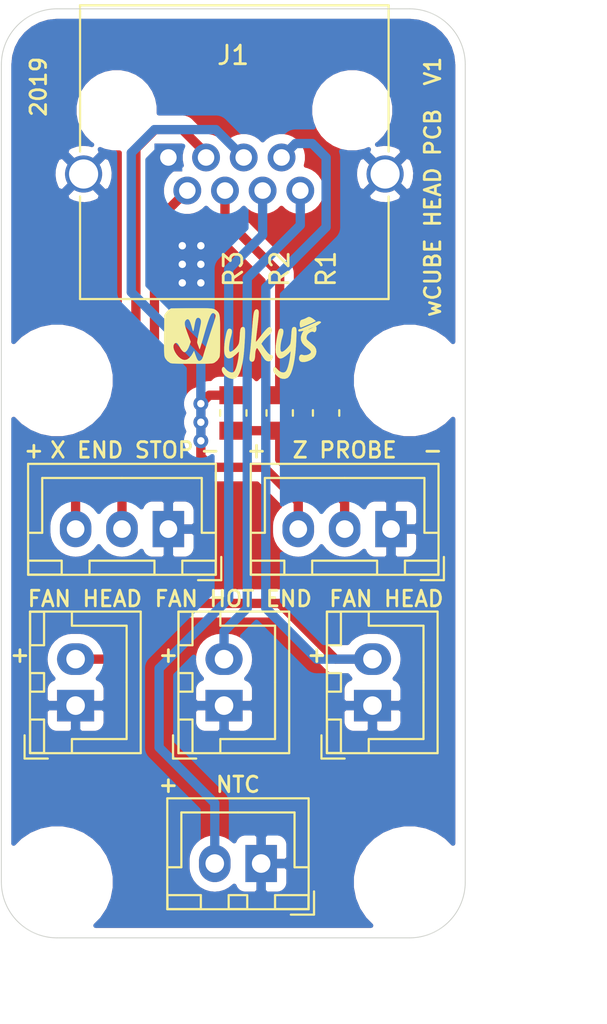
<source format=kicad_pcb>
(kicad_pcb (version 20171130) (host pcbnew 6.0.0-rc1-unknown-73a0cbf~66~ubuntu18.04.1)

  (general
    (thickness 1.6)
    (drawings 28)
    (tracks 79)
    (zones 0)
    (modules 15)
    (nets 10)
  )

  (page A4)
  (layers
    (0 F.Cu signal)
    (31 B.Cu signal)
    (32 B.Adhes user)
    (33 F.Adhes user)
    (34 B.Paste user)
    (35 F.Paste user)
    (36 B.SilkS user)
    (37 F.SilkS user)
    (38 B.Mask user)
    (39 F.Mask user)
    (40 Dwgs.User user)
    (41 Cmts.User user)
    (42 Eco1.User user)
    (43 Eco2.User user)
    (44 Edge.Cuts user)
    (45 Margin user)
    (46 B.CrtYd user)
    (47 F.CrtYd user)
    (48 B.Fab user)
    (49 F.Fab user)
  )

  (setup
    (last_trace_width 0.5)
    (user_trace_width 0.5)
    (trace_clearance 0.2)
    (zone_clearance 0.508)
    (zone_45_only no)
    (trace_min 0.2)
    (via_size 0.8)
    (via_drill 0.4)
    (via_min_size 0.4)
    (via_min_drill 0.3)
    (user_via 0.8 0.4)
    (uvia_size 0.3)
    (uvia_drill 0.1)
    (uvias_allowed no)
    (uvia_min_size 0.2)
    (uvia_min_drill 0.1)
    (edge_width 0.05)
    (segment_width 0.2)
    (pcb_text_width 0.3)
    (pcb_text_size 1.5 1.5)
    (mod_edge_width 0.12)
    (mod_text_size 1 1)
    (mod_text_width 0.15)
    (pad_size 1.5 1.5)
    (pad_drill 0.89)
    (pad_to_mask_clearance 0.051)
    (solder_mask_min_width 0.25)
    (aux_axis_origin 0 0)
    (visible_elements FFFFFF7F)
    (pcbplotparams
      (layerselection 0x010e0_ffffffff)
      (usegerberextensions true)
      (usegerberattributes false)
      (usegerberadvancedattributes false)
      (creategerberjobfile false)
      (excludeedgelayer true)
      (linewidth 0.100000)
      (plotframeref false)
      (viasonmask false)
      (mode 1)
      (useauxorigin false)
      (hpglpennumber 1)
      (hpglpenspeed 20)
      (hpglpendiameter 15.000000)
      (psnegative false)
      (psa4output false)
      (plotreference true)
      (plotvalue true)
      (plotinvisibletext false)
      (padsonsilk false)
      (subtractmaskfromsilk false)
      (outputformat 1)
      (mirror false)
      (drillshape 0)
      (scaleselection 1)
      (outputdirectory "../GERBER/"))
  )

  (net 0 "")
  (net 1 /FAN-HEAD)
  (net 2 /FAN-HOT-END)
  (net 3 /NTC)
  (net 4 +12V)
  (net 5 /PROBE)
  (net 6 +5V)
  (net 7 /X-END-STOP)
  (net 8 GND)
  (net 9 "Net-(J7-Pad2)")

  (net_class Default "This is the default net class."
    (clearance 0.2)
    (trace_width 0.25)
    (via_dia 0.8)
    (via_drill 0.4)
    (uvia_dia 0.3)
    (uvia_drill 0.1)
    (add_net +12V)
    (add_net +5V)
    (add_net /FAN-HEAD)
    (add_net /FAN-HOT-END)
    (add_net /NTC)
    (add_net /PROBE)
    (add_net /X-END-STOP)
    (add_net GND)
    (add_net "Net-(J7-Pad2)")
  )

  (module Connector_JST:JST_XH_B03B-XH-A_1x03_P2.50mm_Vertical (layer F.Cu) (tedit 5A2731AA) (tstamp 5C63AF34)
    (at 174 78 180)
    (descr "JST XH series connector, B03B-XH-A (http://www.jst-mfg.com/product/pdf/eng/eXH.pdf), generated with kicad-footprint-generator")
    (tags "connector JST XH side entry")
    (path /5C6203E9)
    (fp_text reference J3 (at 2.5 -3.55 180) (layer F.SilkS) hide
      (effects (font (size 1 1) (thickness 0.15)))
    )
    (fp_text value "X END STOP" (at 2.5 4.6 180) (layer F.Fab)
      (effects (font (size 1 1) (thickness 0.15)))
    )
    (fp_text user %R (at 2.5 2.7 180) (layer F.Fab)
      (effects (font (size 1 1) (thickness 0.15)))
    )
    (fp_line (start -2.85 -2.75) (end -2.85 -1.5) (layer F.SilkS) (width 0.12))
    (fp_line (start -1.6 -2.75) (end -2.85 -2.75) (layer F.SilkS) (width 0.12))
    (fp_line (start 6.8 2.75) (end 2.5 2.75) (layer F.SilkS) (width 0.12))
    (fp_line (start 6.8 -0.2) (end 6.8 2.75) (layer F.SilkS) (width 0.12))
    (fp_line (start 7.55 -0.2) (end 6.8 -0.2) (layer F.SilkS) (width 0.12))
    (fp_line (start -1.8 2.75) (end 2.5 2.75) (layer F.SilkS) (width 0.12))
    (fp_line (start -1.8 -0.2) (end -1.8 2.75) (layer F.SilkS) (width 0.12))
    (fp_line (start -2.55 -0.2) (end -1.8 -0.2) (layer F.SilkS) (width 0.12))
    (fp_line (start 7.55 -2.45) (end 5.75 -2.45) (layer F.SilkS) (width 0.12))
    (fp_line (start 7.55 -1.7) (end 7.55 -2.45) (layer F.SilkS) (width 0.12))
    (fp_line (start 5.75 -1.7) (end 7.55 -1.7) (layer F.SilkS) (width 0.12))
    (fp_line (start 5.75 -2.45) (end 5.75 -1.7) (layer F.SilkS) (width 0.12))
    (fp_line (start -0.75 -2.45) (end -2.55 -2.45) (layer F.SilkS) (width 0.12))
    (fp_line (start -0.75 -1.7) (end -0.75 -2.45) (layer F.SilkS) (width 0.12))
    (fp_line (start -2.55 -1.7) (end -0.75 -1.7) (layer F.SilkS) (width 0.12))
    (fp_line (start -2.55 -2.45) (end -2.55 -1.7) (layer F.SilkS) (width 0.12))
    (fp_line (start 4.25 -2.45) (end 0.75 -2.45) (layer F.SilkS) (width 0.12))
    (fp_line (start 4.25 -1.7) (end 4.25 -2.45) (layer F.SilkS) (width 0.12))
    (fp_line (start 0.75 -1.7) (end 4.25 -1.7) (layer F.SilkS) (width 0.12))
    (fp_line (start 0.75 -2.45) (end 0.75 -1.7) (layer F.SilkS) (width 0.12))
    (fp_line (start 0 -1.35) (end 0.625 -2.35) (layer F.Fab) (width 0.1))
    (fp_line (start -0.625 -2.35) (end 0 -1.35) (layer F.Fab) (width 0.1))
    (fp_line (start 7.95 -2.85) (end -2.95 -2.85) (layer F.CrtYd) (width 0.05))
    (fp_line (start 7.95 3.9) (end 7.95 -2.85) (layer F.CrtYd) (width 0.05))
    (fp_line (start -2.95 3.9) (end 7.95 3.9) (layer F.CrtYd) (width 0.05))
    (fp_line (start -2.95 -2.85) (end -2.95 3.9) (layer F.CrtYd) (width 0.05))
    (fp_line (start 7.56 -2.46) (end -2.56 -2.46) (layer F.SilkS) (width 0.12))
    (fp_line (start 7.56 3.51) (end 7.56 -2.46) (layer F.SilkS) (width 0.12))
    (fp_line (start -2.56 3.51) (end 7.56 3.51) (layer F.SilkS) (width 0.12))
    (fp_line (start -2.56 -2.46) (end -2.56 3.51) (layer F.SilkS) (width 0.12))
    (fp_line (start 7.45 -2.35) (end -2.45 -2.35) (layer F.Fab) (width 0.1))
    (fp_line (start 7.45 3.4) (end 7.45 -2.35) (layer F.Fab) (width 0.1))
    (fp_line (start -2.45 3.4) (end 7.45 3.4) (layer F.Fab) (width 0.1))
    (fp_line (start -2.45 -2.35) (end -2.45 3.4) (layer F.Fab) (width 0.1))
    (pad 3 thru_hole oval (at 5 0 180) (size 1.7 1.95) (drill 0.95) (layers *.Cu *.Mask)
      (net 6 +5V))
    (pad 2 thru_hole oval (at 2.5 0 180) (size 1.7 1.95) (drill 0.95) (layers *.Cu *.Mask)
      (net 7 /X-END-STOP))
    (pad 1 thru_hole rect (at 0 0 180) (size 1.7 1.95) (drill 0.95) (layers *.Cu *.Mask)
      (net 8 GND))
    (model ${KISYS3DMOD}/Connector_JST.3dshapes/JST_XH_B03B-XH-A_1x03_P2.50mm_Vertical.wrl
      (at (xyz 0 0 0))
      (scale (xyz 1 1 1))
      (rotate (xyz 0 0 0))
    )
  )

  (module Resistor_SMD:R_0805_2012Metric (layer F.Cu) (tedit 59FE48B8) (tstamp 5C63ABF1)
    (at 182.5 71.75 90)
    (descr "Resistor SMD 0805 (2012 Metric), square (rectangular) end terminal, IPC_7351 nominal, (Body size source: http://www.tortai-tech.com/upload/download/2011102023233369053.pdf), generated with kicad-footprint-generator")
    (tags resistor)
    (path /5C632DB8)
    (attr smd)
    (fp_text reference R1 (at 7.75 0 270) (layer F.SilkS)
      (effects (font (size 1 1) (thickness 0.15)))
    )
    (fp_text value 100k (at 0 1.85 90) (layer F.Fab)
      (effects (font (size 1 1) (thickness 0.15)))
    )
    (fp_text user %R (at 0 0 90) (layer F.Fab)
      (effects (font (size 0.5 0.5) (thickness 0.08)))
    )
    (fp_line (start 1.69 1) (end -1.69 1) (layer F.CrtYd) (width 0.05))
    (fp_line (start 1.69 -1) (end 1.69 1) (layer F.CrtYd) (width 0.05))
    (fp_line (start -1.69 -1) (end 1.69 -1) (layer F.CrtYd) (width 0.05))
    (fp_line (start -1.69 1) (end -1.69 -1) (layer F.CrtYd) (width 0.05))
    (fp_line (start -0.15 0.71) (end 0.15 0.71) (layer F.SilkS) (width 0.12))
    (fp_line (start -0.15 -0.71) (end 0.15 -0.71) (layer F.SilkS) (width 0.12))
    (fp_line (start 1 0.6) (end -1 0.6) (layer F.Fab) (width 0.1))
    (fp_line (start 1 -0.6) (end 1 0.6) (layer F.Fab) (width 0.1))
    (fp_line (start -1 -0.6) (end 1 -0.6) (layer F.Fab) (width 0.1))
    (fp_line (start -1 0.6) (end -1 -0.6) (layer F.Fab) (width 0.1))
    (pad 2 smd rect (at 0.955 0 90) (size 0.97 1.5) (layers F.Cu F.Paste F.Mask)
      (net 5 /PROBE))
    (pad 1 smd rect (at -0.955 0 90) (size 0.97 1.5) (layers F.Cu F.Paste F.Mask)
      (net 8 GND))
    (model ${KISYS3DMOD}/Resistor_SMD.3dshapes/R_0805_2012Metric.wrl
      (at (xyz 0 0 0))
      (scale (xyz 1 1 1))
      (rotate (xyz 0 0 0))
    )
  )

  (module KLIB_Connector_General:RJ45_TE_1-406541-1 (layer F.Cu) (tedit 5C632ED9) (tstamp 5C63892B)
    (at 174 58)
    (descr "mod. jack, ethernet, 8P8C, RJ45 connector, shielded")
    (tags "RJ45 8P8C RJ45 ethernet jack")
    (path /5C622317)
    (fp_text reference J1 (at 3.49 -5.5) (layer F.SilkS)
      (effects (font (size 1 1) (thickness 0.15)))
    )
    (fp_text value RJ45 (at 3.94 9.21) (layer F.Fab)
      (effects (font (size 1 1) (thickness 0.15)))
    )
    (fp_text user %R (at 3.555 1.58) (layer F.Fab)
      (effects (font (size 1 1) (thickness 0.15)))
    )
    (fp_line (start -4.699 -7.4295) (end -4.0005 -8.128) (layer F.Fab) (width 0.1))
    (fp_line (start -4.699 7.5565) (end -4.699 -7.4295) (layer F.Fab) (width 0.1))
    (fp_line (start 11.811 7.5565) (end -4.699 7.5565) (layer F.Fab) (width 0.1))
    (fp_line (start 11.811 -8.128) (end 11.811 7.5565) (layer F.Fab) (width 0.1))
    (fp_line (start -4.0005 -8.128) (end 11.811 -8.128) (layer F.Fab) (width 0.1))
    (fp_line (start -5.8 -8.45) (end -5.8 7.9) (layer F.CrtYd) (width 0.05))
    (fp_line (start -5.8 7.9) (end 12.9 7.9) (layer F.CrtYd) (width 0.05))
    (fp_line (start 12.9 7.9) (end 12.9 -8.45) (layer F.CrtYd) (width 0.05))
    (fp_line (start 12.9 -8.45) (end -5.8 -8.45) (layer F.CrtYd) (width 0.05))
    (fp_line (start 11.87 7.62) (end 11.87 2.1) (layer F.SilkS) (width 0.12))
    (fp_line (start -4.76 7.62) (end -4.76 2.1) (layer F.SilkS) (width 0.12))
    (fp_line (start 11.87 -8.19) (end -4.76 -8.19) (layer F.SilkS) (width 0.12))
    (fp_line (start 11.87 -8.19) (end 11.87 -0.32) (layer F.SilkS) (width 0.12))
    (fp_line (start -4.76 -8.19) (end -4.76 -0.32) (layer F.SilkS) (width 0.12))
    (fp_line (start 11.87 7.62) (end -4.76 7.62) (layer F.SilkS) (width 0.12))
    (pad 9 thru_hole circle (at 11.68 0.89) (size 2 2) (drill 1.57) (layers *.Cu *.Mask)
      (net 8 GND))
    (pad 8 thru_hole circle (at 7.11 1.78) (size 1.5 1.5) (drill 0.89) (layers *.Cu *.Mask)
      (net 2 /FAN-HOT-END))
    (pad 6 thru_hole circle (at 5.08 1.78) (size 1.5 1.5) (drill 0.89) (layers *.Cu *.Mask)
      (net 3 /NTC))
    (pad 4 thru_hole circle (at 3.05 1.78) (size 1.5 1.5) (drill 0.89) (layers *.Cu *.Mask)
      (net 5 /PROBE))
    (pad 2 thru_hole circle (at 1.02 1.78) (size 1.5 1.5) (drill 0.89) (layers *.Cu *.Mask)
      (net 7 /X-END-STOP))
    (pad 5 thru_hole circle (at 4.06 0) (size 1.5 1.5) (drill 0.89) (layers *.Cu *.Mask)
      (net 4 +12V))
    (pad 3 thru_hole circle (at 2.03 0) (size 1.5 1.5) (drill 0.89) (layers *.Cu *.Mask)
      (net 6 +5V))
    (pad 7 thru_hole circle (at 6.1 0) (size 1.5 1.5) (drill 0.89) (layers *.Cu *.Mask)
      (net 1 /FAN-HEAD))
    (pad 1 thru_hole rect (at 0 0) (size 1.5 1.5) (drill 0.89) (layers *.Cu *.Mask)
      (net 8 GND) (zone_connect 2))
    (pad "" np_thru_hole circle (at -2.79 -2.54) (size 3.3 3.3) (drill 3.3) (layers *.Cu *.Mask))
    (pad "" np_thru_hole circle (at 9.91 -2.54) (size 3.3 3.3) (drill 3.3) (layers *.Cu *.Mask))
    (pad 9 thru_hole circle (at -4.57 0.89) (size 2 2) (drill 1.57) (layers *.Cu *.Mask)
      (net 8 GND))
    (model ${W3D}/KLIB_Connector_General.3dshapes/RJ45_TE_1-406541-1.step
      (at (xyz 0 0 0))
      (scale (xyz 1 1 1))
      (rotate (xyz 0 0 0))
    )
  )

  (module Resistor_SMD:R_0805_2012Metric (layer F.Cu) (tedit 59FE48B8) (tstamp 5C633D8D)
    (at 177.5 71.75 90)
    (descr "Resistor SMD 0805 (2012 Metric), square (rectangular) end terminal, IPC_7351 nominal, (Body size source: http://www.tortai-tech.com/upload/download/2011102023233369053.pdf), generated with kicad-footprint-generator")
    (tags resistor)
    (path /5C663FDE)
    (attr smd)
    (fp_text reference R3 (at 7.75 0 270) (layer F.SilkS)
      (effects (font (size 1 1) (thickness 0.15)))
    )
    (fp_text value 10k (at 0 1.85 90) (layer F.Fab)
      (effects (font (size 1 1) (thickness 0.15)))
    )
    (fp_text user %R (at 0 0 90) (layer F.Fab)
      (effects (font (size 0.5 0.5) (thickness 0.08)))
    )
    (fp_line (start 1.69 1) (end -1.69 1) (layer F.CrtYd) (width 0.05))
    (fp_line (start 1.69 -1) (end 1.69 1) (layer F.CrtYd) (width 0.05))
    (fp_line (start -1.69 -1) (end 1.69 -1) (layer F.CrtYd) (width 0.05))
    (fp_line (start -1.69 1) (end -1.69 -1) (layer F.CrtYd) (width 0.05))
    (fp_line (start -0.15 0.71) (end 0.15 0.71) (layer F.SilkS) (width 0.12))
    (fp_line (start -0.15 -0.71) (end 0.15 -0.71) (layer F.SilkS) (width 0.12))
    (fp_line (start 1 0.6) (end -1 0.6) (layer F.Fab) (width 0.1))
    (fp_line (start 1 -0.6) (end 1 0.6) (layer F.Fab) (width 0.1))
    (fp_line (start -1 -0.6) (end 1 -0.6) (layer F.Fab) (width 0.1))
    (fp_line (start -1 0.6) (end -1 -0.6) (layer F.Fab) (width 0.1))
    (pad 2 smd rect (at 0.955 0 90) (size 0.97 1.5) (layers F.Cu F.Paste F.Mask)
      (net 4 +12V))
    (pad 1 smd rect (at -0.955 0 90) (size 0.97 1.5) (layers F.Cu F.Paste F.Mask)
      (net 9 "Net-(J7-Pad2)"))
    (model ${KISYS3DMOD}/Resistor_SMD.3dshapes/R_0805_2012Metric.wrl
      (at (xyz 0 0 0))
      (scale (xyz 1 1 1))
      (rotate (xyz 0 0 0))
    )
  )

  (module Resistor_SMD:R_0805_2012Metric (layer F.Cu) (tedit 59FE48B8) (tstamp 5C638F58)
    (at 180 71.75 90)
    (descr "Resistor SMD 0805 (2012 Metric), square (rectangular) end terminal, IPC_7351 nominal, (Body size source: http://www.tortai-tech.com/upload/download/2011102023233369053.pdf), generated with kicad-footprint-generator")
    (tags resistor)
    (path /5C6313FA)
    (attr smd)
    (fp_text reference R2 (at 7.75 0 270) (layer F.SilkS)
      (effects (font (size 1 1) (thickness 0.15)))
    )
    (fp_text value 150k (at 0 1.85 90) (layer F.Fab)
      (effects (font (size 1 1) (thickness 0.15)))
    )
    (fp_text user %R (at 0 0 90) (layer F.Fab)
      (effects (font (size 0.5 0.5) (thickness 0.08)))
    )
    (fp_line (start 1.69 1) (end -1.69 1) (layer F.CrtYd) (width 0.05))
    (fp_line (start 1.69 -1) (end 1.69 1) (layer F.CrtYd) (width 0.05))
    (fp_line (start -1.69 -1) (end 1.69 -1) (layer F.CrtYd) (width 0.05))
    (fp_line (start -1.69 1) (end -1.69 -1) (layer F.CrtYd) (width 0.05))
    (fp_line (start -0.15 0.71) (end 0.15 0.71) (layer F.SilkS) (width 0.12))
    (fp_line (start -0.15 -0.71) (end 0.15 -0.71) (layer F.SilkS) (width 0.12))
    (fp_line (start 1 0.6) (end -1 0.6) (layer F.Fab) (width 0.1))
    (fp_line (start 1 -0.6) (end 1 0.6) (layer F.Fab) (width 0.1))
    (fp_line (start -1 -0.6) (end 1 -0.6) (layer F.Fab) (width 0.1))
    (fp_line (start -1 0.6) (end -1 -0.6) (layer F.Fab) (width 0.1))
    (pad 2 smd rect (at 0.955 0 90) (size 0.97 1.5) (layers F.Cu F.Paste F.Mask)
      (net 5 /PROBE))
    (pad 1 smd rect (at -0.955 0 90) (size 0.97 1.5) (layers F.Cu F.Paste F.Mask)
      (net 9 "Net-(J7-Pad2)"))
    (model ${KISYS3DMOD}/Resistor_SMD.3dshapes/R_0805_2012Metric.wrl
      (at (xyz 0 0 0))
      (scale (xyz 1 1 1))
      (rotate (xyz 0 0 0))
    )
  )

  (module Connector_JST:JST_XH_B03B-XH-A_1x03_P2.50mm_Vertical (layer F.Cu) (tedit 5A2731AA) (tstamp 5C6392CE)
    (at 186 78 180)
    (descr "JST XH series connector, B03B-XH-A (http://www.jst-mfg.com/product/pdf/eng/eXH.pdf), generated with kicad-footprint-generator")
    (tags "connector JST XH side entry")
    (path /5C6214B7)
    (fp_text reference J7 (at 2.5 -3.55 180) (layer F.SilkS) hide
      (effects (font (size 1 1) (thickness 0.15)))
    )
    (fp_text value PROBE (at 2.5 4.6 180) (layer F.Fab)
      (effects (font (size 1 1) (thickness 0.15)))
    )
    (fp_text user %R (at 2.5 2.7 180) (layer F.Fab)
      (effects (font (size 1 1) (thickness 0.15)))
    )
    (fp_line (start -2.85 -2.75) (end -2.85 -1.5) (layer F.SilkS) (width 0.12))
    (fp_line (start -1.6 -2.75) (end -2.85 -2.75) (layer F.SilkS) (width 0.12))
    (fp_line (start 6.8 2.75) (end 2.5 2.75) (layer F.SilkS) (width 0.12))
    (fp_line (start 6.8 -0.2) (end 6.8 2.75) (layer F.SilkS) (width 0.12))
    (fp_line (start 7.55 -0.2) (end 6.8 -0.2) (layer F.SilkS) (width 0.12))
    (fp_line (start -1.8 2.75) (end 2.5 2.75) (layer F.SilkS) (width 0.12))
    (fp_line (start -1.8 -0.2) (end -1.8 2.75) (layer F.SilkS) (width 0.12))
    (fp_line (start -2.55 -0.2) (end -1.8 -0.2) (layer F.SilkS) (width 0.12))
    (fp_line (start 7.55 -2.45) (end 5.75 -2.45) (layer F.SilkS) (width 0.12))
    (fp_line (start 7.55 -1.7) (end 7.55 -2.45) (layer F.SilkS) (width 0.12))
    (fp_line (start 5.75 -1.7) (end 7.55 -1.7) (layer F.SilkS) (width 0.12))
    (fp_line (start 5.75 -2.45) (end 5.75 -1.7) (layer F.SilkS) (width 0.12))
    (fp_line (start -0.75 -2.45) (end -2.55 -2.45) (layer F.SilkS) (width 0.12))
    (fp_line (start -0.75 -1.7) (end -0.75 -2.45) (layer F.SilkS) (width 0.12))
    (fp_line (start -2.55 -1.7) (end -0.75 -1.7) (layer F.SilkS) (width 0.12))
    (fp_line (start -2.55 -2.45) (end -2.55 -1.7) (layer F.SilkS) (width 0.12))
    (fp_line (start 4.25 -2.45) (end 0.75 -2.45) (layer F.SilkS) (width 0.12))
    (fp_line (start 4.25 -1.7) (end 4.25 -2.45) (layer F.SilkS) (width 0.12))
    (fp_line (start 0.75 -1.7) (end 4.25 -1.7) (layer F.SilkS) (width 0.12))
    (fp_line (start 0.75 -2.45) (end 0.75 -1.7) (layer F.SilkS) (width 0.12))
    (fp_line (start 0 -1.35) (end 0.625 -2.35) (layer F.Fab) (width 0.1))
    (fp_line (start -0.625 -2.35) (end 0 -1.35) (layer F.Fab) (width 0.1))
    (fp_line (start 7.95 -2.85) (end -2.95 -2.85) (layer F.CrtYd) (width 0.05))
    (fp_line (start 7.95 3.9) (end 7.95 -2.85) (layer F.CrtYd) (width 0.05))
    (fp_line (start -2.95 3.9) (end 7.95 3.9) (layer F.CrtYd) (width 0.05))
    (fp_line (start -2.95 -2.85) (end -2.95 3.9) (layer F.CrtYd) (width 0.05))
    (fp_line (start 7.56 -2.46) (end -2.56 -2.46) (layer F.SilkS) (width 0.12))
    (fp_line (start 7.56 3.51) (end 7.56 -2.46) (layer F.SilkS) (width 0.12))
    (fp_line (start -2.56 3.51) (end 7.56 3.51) (layer F.SilkS) (width 0.12))
    (fp_line (start -2.56 -2.46) (end -2.56 3.51) (layer F.SilkS) (width 0.12))
    (fp_line (start 7.45 -2.35) (end -2.45 -2.35) (layer F.Fab) (width 0.1))
    (fp_line (start 7.45 3.4) (end 7.45 -2.35) (layer F.Fab) (width 0.1))
    (fp_line (start -2.45 3.4) (end 7.45 3.4) (layer F.Fab) (width 0.1))
    (fp_line (start -2.45 -2.35) (end -2.45 3.4) (layer F.Fab) (width 0.1))
    (pad 3 thru_hole oval (at 5 0 180) (size 1.7 1.95) (drill 0.95) (layers *.Cu *.Mask)
      (net 4 +12V))
    (pad 2 thru_hole oval (at 2.5 0 180) (size 1.7 1.95) (drill 0.95) (layers *.Cu *.Mask)
      (net 9 "Net-(J7-Pad2)"))
    (pad 1 thru_hole rect (at 0 0 180) (size 1.7 1.95) (drill 0.95) (layers *.Cu *.Mask)
      (net 8 GND))
    (model ${KISYS3DMOD}/Connector_JST.3dshapes/JST_XH_B03B-XH-A_1x03_P2.50mm_Vertical.wrl
      (at (xyz 0 0 0))
      (scale (xyz 1 1 1))
      (rotate (xyz 0 0 0))
    )
  )

  (module Connector_JST:JST_XH_B02B-XH-A_1x02_P2.50mm_Vertical (layer F.Cu) (tedit 5A2731AA) (tstamp 5C6333E7)
    (at 185 87.5 90)
    (descr "JST XH series connector, B02B-XH-A (http://www.jst-mfg.com/product/pdf/eng/eXH.pdf), generated with kicad-footprint-generator")
    (tags "connector JST XH side entry")
    (path /5C61FAB2)
    (fp_text reference J6 (at 1.25 -3.55 90) (layer F.SilkS) hide
      (effects (font (size 1 1) (thickness 0.15)))
    )
    (fp_text value "FAN HEAD B" (at 1.25 4.6 90) (layer F.Fab)
      (effects (font (size 1 1) (thickness 0.15)))
    )
    (fp_text user %R (at 1.25 2.7 90) (layer F.Fab)
      (effects (font (size 1 1) (thickness 0.15)))
    )
    (fp_line (start -2.85 -2.75) (end -2.85 -1.5) (layer F.SilkS) (width 0.12))
    (fp_line (start -1.6 -2.75) (end -2.85 -2.75) (layer F.SilkS) (width 0.12))
    (fp_line (start 4.3 2.75) (end 1.25 2.75) (layer F.SilkS) (width 0.12))
    (fp_line (start 4.3 -0.2) (end 4.3 2.75) (layer F.SilkS) (width 0.12))
    (fp_line (start 5.05 -0.2) (end 4.3 -0.2) (layer F.SilkS) (width 0.12))
    (fp_line (start -1.8 2.75) (end 1.25 2.75) (layer F.SilkS) (width 0.12))
    (fp_line (start -1.8 -0.2) (end -1.8 2.75) (layer F.SilkS) (width 0.12))
    (fp_line (start -2.55 -0.2) (end -1.8 -0.2) (layer F.SilkS) (width 0.12))
    (fp_line (start 5.05 -2.45) (end 3.25 -2.45) (layer F.SilkS) (width 0.12))
    (fp_line (start 5.05 -1.7) (end 5.05 -2.45) (layer F.SilkS) (width 0.12))
    (fp_line (start 3.25 -1.7) (end 5.05 -1.7) (layer F.SilkS) (width 0.12))
    (fp_line (start 3.25 -2.45) (end 3.25 -1.7) (layer F.SilkS) (width 0.12))
    (fp_line (start -0.75 -2.45) (end -2.55 -2.45) (layer F.SilkS) (width 0.12))
    (fp_line (start -0.75 -1.7) (end -0.75 -2.45) (layer F.SilkS) (width 0.12))
    (fp_line (start -2.55 -1.7) (end -0.75 -1.7) (layer F.SilkS) (width 0.12))
    (fp_line (start -2.55 -2.45) (end -2.55 -1.7) (layer F.SilkS) (width 0.12))
    (fp_line (start 1.75 -2.45) (end 0.75 -2.45) (layer F.SilkS) (width 0.12))
    (fp_line (start 1.75 -1.7) (end 1.75 -2.45) (layer F.SilkS) (width 0.12))
    (fp_line (start 0.75 -1.7) (end 1.75 -1.7) (layer F.SilkS) (width 0.12))
    (fp_line (start 0.75 -2.45) (end 0.75 -1.7) (layer F.SilkS) (width 0.12))
    (fp_line (start 0 -1.35) (end 0.625 -2.35) (layer F.Fab) (width 0.1))
    (fp_line (start -0.625 -2.35) (end 0 -1.35) (layer F.Fab) (width 0.1))
    (fp_line (start 5.45 -2.85) (end -2.95 -2.85) (layer F.CrtYd) (width 0.05))
    (fp_line (start 5.45 3.9) (end 5.45 -2.85) (layer F.CrtYd) (width 0.05))
    (fp_line (start -2.95 3.9) (end 5.45 3.9) (layer F.CrtYd) (width 0.05))
    (fp_line (start -2.95 -2.85) (end -2.95 3.9) (layer F.CrtYd) (width 0.05))
    (fp_line (start 5.06 -2.46) (end -2.56 -2.46) (layer F.SilkS) (width 0.12))
    (fp_line (start 5.06 3.51) (end 5.06 -2.46) (layer F.SilkS) (width 0.12))
    (fp_line (start -2.56 3.51) (end 5.06 3.51) (layer F.SilkS) (width 0.12))
    (fp_line (start -2.56 -2.46) (end -2.56 3.51) (layer F.SilkS) (width 0.12))
    (fp_line (start 4.95 -2.35) (end -2.45 -2.35) (layer F.Fab) (width 0.1))
    (fp_line (start 4.95 3.4) (end 4.95 -2.35) (layer F.Fab) (width 0.1))
    (fp_line (start -2.45 3.4) (end 4.95 3.4) (layer F.Fab) (width 0.1))
    (fp_line (start -2.45 -2.35) (end -2.45 3.4) (layer F.Fab) (width 0.1))
    (pad 2 thru_hole oval (at 2.5 0 90) (size 1.7 2) (drill 1) (layers *.Cu *.Mask)
      (net 1 /FAN-HEAD))
    (pad 1 thru_hole rect (at 0 0 90) (size 1.7 2) (drill 1) (layers *.Cu *.Mask)
      (net 8 GND))
    (model ${KISYS3DMOD}/Connector_JST.3dshapes/JST_XH_B02B-XH-A_1x02_P2.50mm_Vertical.wrl
      (at (xyz 0 0 0))
      (scale (xyz 1 1 1))
      (rotate (xyz 0 0 0))
    )
  )

  (module Connector_JST:JST_XH_B02B-XH-A_1x02_P2.50mm_Vertical (layer F.Cu) (tedit 5A2731AA) (tstamp 5C6333BE)
    (at 169 87.5 90)
    (descr "JST XH series connector, B02B-XH-A (http://www.jst-mfg.com/product/pdf/eng/eXH.pdf), generated with kicad-footprint-generator")
    (tags "connector JST XH side entry")
    (path /5C61F3A9)
    (fp_text reference J5 (at 1.25 -3.55 90) (layer F.SilkS) hide
      (effects (font (size 1 1) (thickness 0.15)))
    )
    (fp_text value "FAN HEAD A" (at 1.25 4.6 90) (layer F.Fab)
      (effects (font (size 1 1) (thickness 0.15)))
    )
    (fp_text user %R (at 1.25 2.7 90) (layer F.Fab)
      (effects (font (size 1 1) (thickness 0.15)))
    )
    (fp_line (start -2.85 -2.75) (end -2.85 -1.5) (layer F.SilkS) (width 0.12))
    (fp_line (start -1.6 -2.75) (end -2.85 -2.75) (layer F.SilkS) (width 0.12))
    (fp_line (start 4.3 2.75) (end 1.25 2.75) (layer F.SilkS) (width 0.12))
    (fp_line (start 4.3 -0.2) (end 4.3 2.75) (layer F.SilkS) (width 0.12))
    (fp_line (start 5.05 -0.2) (end 4.3 -0.2) (layer F.SilkS) (width 0.12))
    (fp_line (start -1.8 2.75) (end 1.25 2.75) (layer F.SilkS) (width 0.12))
    (fp_line (start -1.8 -0.2) (end -1.8 2.75) (layer F.SilkS) (width 0.12))
    (fp_line (start -2.55 -0.2) (end -1.8 -0.2) (layer F.SilkS) (width 0.12))
    (fp_line (start 5.05 -2.45) (end 3.25 -2.45) (layer F.SilkS) (width 0.12))
    (fp_line (start 5.05 -1.7) (end 5.05 -2.45) (layer F.SilkS) (width 0.12))
    (fp_line (start 3.25 -1.7) (end 5.05 -1.7) (layer F.SilkS) (width 0.12))
    (fp_line (start 3.25 -2.45) (end 3.25 -1.7) (layer F.SilkS) (width 0.12))
    (fp_line (start -0.75 -2.45) (end -2.55 -2.45) (layer F.SilkS) (width 0.12))
    (fp_line (start -0.75 -1.7) (end -0.75 -2.45) (layer F.SilkS) (width 0.12))
    (fp_line (start -2.55 -1.7) (end -0.75 -1.7) (layer F.SilkS) (width 0.12))
    (fp_line (start -2.55 -2.45) (end -2.55 -1.7) (layer F.SilkS) (width 0.12))
    (fp_line (start 1.75 -2.45) (end 0.75 -2.45) (layer F.SilkS) (width 0.12))
    (fp_line (start 1.75 -1.7) (end 1.75 -2.45) (layer F.SilkS) (width 0.12))
    (fp_line (start 0.75 -1.7) (end 1.75 -1.7) (layer F.SilkS) (width 0.12))
    (fp_line (start 0.75 -2.45) (end 0.75 -1.7) (layer F.SilkS) (width 0.12))
    (fp_line (start 0 -1.35) (end 0.625 -2.35) (layer F.Fab) (width 0.1))
    (fp_line (start -0.625 -2.35) (end 0 -1.35) (layer F.Fab) (width 0.1))
    (fp_line (start 5.45 -2.85) (end -2.95 -2.85) (layer F.CrtYd) (width 0.05))
    (fp_line (start 5.45 3.9) (end 5.45 -2.85) (layer F.CrtYd) (width 0.05))
    (fp_line (start -2.95 3.9) (end 5.45 3.9) (layer F.CrtYd) (width 0.05))
    (fp_line (start -2.95 -2.85) (end -2.95 3.9) (layer F.CrtYd) (width 0.05))
    (fp_line (start 5.06 -2.46) (end -2.56 -2.46) (layer F.SilkS) (width 0.12))
    (fp_line (start 5.06 3.51) (end 5.06 -2.46) (layer F.SilkS) (width 0.12))
    (fp_line (start -2.56 3.51) (end 5.06 3.51) (layer F.SilkS) (width 0.12))
    (fp_line (start -2.56 -2.46) (end -2.56 3.51) (layer F.SilkS) (width 0.12))
    (fp_line (start 4.95 -2.35) (end -2.45 -2.35) (layer F.Fab) (width 0.1))
    (fp_line (start 4.95 3.4) (end 4.95 -2.35) (layer F.Fab) (width 0.1))
    (fp_line (start -2.45 3.4) (end 4.95 3.4) (layer F.Fab) (width 0.1))
    (fp_line (start -2.45 -2.35) (end -2.45 3.4) (layer F.Fab) (width 0.1))
    (pad 2 thru_hole oval (at 2.5 0 90) (size 1.7 2) (drill 1) (layers *.Cu *.Mask)
      (net 1 /FAN-HEAD))
    (pad 1 thru_hole rect (at 0 0 90) (size 1.7 2) (drill 1) (layers *.Cu *.Mask)
      (net 8 GND))
    (model ${KISYS3DMOD}/Connector_JST.3dshapes/JST_XH_B02B-XH-A_1x02_P2.50mm_Vertical.wrl
      (at (xyz 0 0 0))
      (scale (xyz 1 1 1))
      (rotate (xyz 0 0 0))
    )
  )

  (module Connector_JST:JST_XH_B02B-XH-A_1x02_P2.50mm_Vertical (layer F.Cu) (tedit 5A2731AA) (tstamp 5C633395)
    (at 177 87.5 90)
    (descr "JST XH series connector, B02B-XH-A (http://www.jst-mfg.com/product/pdf/eng/eXH.pdf), generated with kicad-footprint-generator")
    (tags "connector JST XH side entry")
    (path /5C6260D7)
    (fp_text reference J4 (at 1.25 -3.55 90) (layer F.SilkS) hide
      (effects (font (size 1 1) (thickness 0.15)))
    )
    (fp_text value "FAN HOT END" (at 1.25 4.6 90) (layer F.Fab)
      (effects (font (size 1 1) (thickness 0.15)))
    )
    (fp_text user %R (at 1.25 2.7 90) (layer F.Fab)
      (effects (font (size 1 1) (thickness 0.15)))
    )
    (fp_line (start -2.85 -2.75) (end -2.85 -1.5) (layer F.SilkS) (width 0.12))
    (fp_line (start -1.6 -2.75) (end -2.85 -2.75) (layer F.SilkS) (width 0.12))
    (fp_line (start 4.3 2.75) (end 1.25 2.75) (layer F.SilkS) (width 0.12))
    (fp_line (start 4.3 -0.2) (end 4.3 2.75) (layer F.SilkS) (width 0.12))
    (fp_line (start 5.05 -0.2) (end 4.3 -0.2) (layer F.SilkS) (width 0.12))
    (fp_line (start -1.8 2.75) (end 1.25 2.75) (layer F.SilkS) (width 0.12))
    (fp_line (start -1.8 -0.2) (end -1.8 2.75) (layer F.SilkS) (width 0.12))
    (fp_line (start -2.55 -0.2) (end -1.8 -0.2) (layer F.SilkS) (width 0.12))
    (fp_line (start 5.05 -2.45) (end 3.25 -2.45) (layer F.SilkS) (width 0.12))
    (fp_line (start 5.05 -1.7) (end 5.05 -2.45) (layer F.SilkS) (width 0.12))
    (fp_line (start 3.25 -1.7) (end 5.05 -1.7) (layer F.SilkS) (width 0.12))
    (fp_line (start 3.25 -2.45) (end 3.25 -1.7) (layer F.SilkS) (width 0.12))
    (fp_line (start -0.75 -2.45) (end -2.55 -2.45) (layer F.SilkS) (width 0.12))
    (fp_line (start -0.75 -1.7) (end -0.75 -2.45) (layer F.SilkS) (width 0.12))
    (fp_line (start -2.55 -1.7) (end -0.75 -1.7) (layer F.SilkS) (width 0.12))
    (fp_line (start -2.55 -2.45) (end -2.55 -1.7) (layer F.SilkS) (width 0.12))
    (fp_line (start 1.75 -2.45) (end 0.75 -2.45) (layer F.SilkS) (width 0.12))
    (fp_line (start 1.75 -1.7) (end 1.75 -2.45) (layer F.SilkS) (width 0.12))
    (fp_line (start 0.75 -1.7) (end 1.75 -1.7) (layer F.SilkS) (width 0.12))
    (fp_line (start 0.75 -2.45) (end 0.75 -1.7) (layer F.SilkS) (width 0.12))
    (fp_line (start 0 -1.35) (end 0.625 -2.35) (layer F.Fab) (width 0.1))
    (fp_line (start -0.625 -2.35) (end 0 -1.35) (layer F.Fab) (width 0.1))
    (fp_line (start 5.45 -2.85) (end -2.95 -2.85) (layer F.CrtYd) (width 0.05))
    (fp_line (start 5.45 3.9) (end 5.45 -2.85) (layer F.CrtYd) (width 0.05))
    (fp_line (start -2.95 3.9) (end 5.45 3.9) (layer F.CrtYd) (width 0.05))
    (fp_line (start -2.95 -2.85) (end -2.95 3.9) (layer F.CrtYd) (width 0.05))
    (fp_line (start 5.06 -2.46) (end -2.56 -2.46) (layer F.SilkS) (width 0.12))
    (fp_line (start 5.06 3.51) (end 5.06 -2.46) (layer F.SilkS) (width 0.12))
    (fp_line (start -2.56 3.51) (end 5.06 3.51) (layer F.SilkS) (width 0.12))
    (fp_line (start -2.56 -2.46) (end -2.56 3.51) (layer F.SilkS) (width 0.12))
    (fp_line (start 4.95 -2.35) (end -2.45 -2.35) (layer F.Fab) (width 0.1))
    (fp_line (start 4.95 3.4) (end 4.95 -2.35) (layer F.Fab) (width 0.1))
    (fp_line (start -2.45 3.4) (end 4.95 3.4) (layer F.Fab) (width 0.1))
    (fp_line (start -2.45 -2.35) (end -2.45 3.4) (layer F.Fab) (width 0.1))
    (pad 2 thru_hole oval (at 2.5 0 90) (size 1.7 2) (drill 1) (layers *.Cu *.Mask)
      (net 2 /FAN-HOT-END))
    (pad 1 thru_hole rect (at 0 0 90) (size 1.7 2) (drill 1) (layers *.Cu *.Mask)
      (net 8 GND))
    (model ${KISYS3DMOD}/Connector_JST.3dshapes/JST_XH_B02B-XH-A_1x02_P2.50mm_Vertical.wrl
      (at (xyz 0 0 0))
      (scale (xyz 1 1 1))
      (rotate (xyz 0 0 0))
    )
  )

  (module Connector_JST:JST_XH_B02B-XH-A_1x02_P2.50mm_Vertical (layer F.Cu) (tedit 5A2731AA) (tstamp 5C633342)
    (at 179 96 180)
    (descr "JST XH series connector, B02B-XH-A (http://www.jst-mfg.com/product/pdf/eng/eXH.pdf), generated with kicad-footprint-generator")
    (tags "connector JST XH side entry")
    (path /5C62B85F)
    (fp_text reference J2 (at 1.25 -3.55 180) (layer F.SilkS) hide
      (effects (font (size 1 1) (thickness 0.15)))
    )
    (fp_text value NTC (at 1.25 4.6 180) (layer F.Fab)
      (effects (font (size 1 1) (thickness 0.15)))
    )
    (fp_text user %R (at 1.25 2.7 180) (layer F.Fab)
      (effects (font (size 1 1) (thickness 0.15)))
    )
    (fp_line (start -2.85 -2.75) (end -2.85 -1.5) (layer F.SilkS) (width 0.12))
    (fp_line (start -1.6 -2.75) (end -2.85 -2.75) (layer F.SilkS) (width 0.12))
    (fp_line (start 4.3 2.75) (end 1.25 2.75) (layer F.SilkS) (width 0.12))
    (fp_line (start 4.3 -0.2) (end 4.3 2.75) (layer F.SilkS) (width 0.12))
    (fp_line (start 5.05 -0.2) (end 4.3 -0.2) (layer F.SilkS) (width 0.12))
    (fp_line (start -1.8 2.75) (end 1.25 2.75) (layer F.SilkS) (width 0.12))
    (fp_line (start -1.8 -0.2) (end -1.8 2.75) (layer F.SilkS) (width 0.12))
    (fp_line (start -2.55 -0.2) (end -1.8 -0.2) (layer F.SilkS) (width 0.12))
    (fp_line (start 5.05 -2.45) (end 3.25 -2.45) (layer F.SilkS) (width 0.12))
    (fp_line (start 5.05 -1.7) (end 5.05 -2.45) (layer F.SilkS) (width 0.12))
    (fp_line (start 3.25 -1.7) (end 5.05 -1.7) (layer F.SilkS) (width 0.12))
    (fp_line (start 3.25 -2.45) (end 3.25 -1.7) (layer F.SilkS) (width 0.12))
    (fp_line (start -0.75 -2.45) (end -2.55 -2.45) (layer F.SilkS) (width 0.12))
    (fp_line (start -0.75 -1.7) (end -0.75 -2.45) (layer F.SilkS) (width 0.12))
    (fp_line (start -2.55 -1.7) (end -0.75 -1.7) (layer F.SilkS) (width 0.12))
    (fp_line (start -2.55 -2.45) (end -2.55 -1.7) (layer F.SilkS) (width 0.12))
    (fp_line (start 1.75 -2.45) (end 0.75 -2.45) (layer F.SilkS) (width 0.12))
    (fp_line (start 1.75 -1.7) (end 1.75 -2.45) (layer F.SilkS) (width 0.12))
    (fp_line (start 0.75 -1.7) (end 1.75 -1.7) (layer F.SilkS) (width 0.12))
    (fp_line (start 0.75 -2.45) (end 0.75 -1.7) (layer F.SilkS) (width 0.12))
    (fp_line (start 0 -1.35) (end 0.625 -2.35) (layer F.Fab) (width 0.1))
    (fp_line (start -0.625 -2.35) (end 0 -1.35) (layer F.Fab) (width 0.1))
    (fp_line (start 5.45 -2.85) (end -2.95 -2.85) (layer F.CrtYd) (width 0.05))
    (fp_line (start 5.45 3.9) (end 5.45 -2.85) (layer F.CrtYd) (width 0.05))
    (fp_line (start -2.95 3.9) (end 5.45 3.9) (layer F.CrtYd) (width 0.05))
    (fp_line (start -2.95 -2.85) (end -2.95 3.9) (layer F.CrtYd) (width 0.05))
    (fp_line (start 5.06 -2.46) (end -2.56 -2.46) (layer F.SilkS) (width 0.12))
    (fp_line (start 5.06 3.51) (end 5.06 -2.46) (layer F.SilkS) (width 0.12))
    (fp_line (start -2.56 3.51) (end 5.06 3.51) (layer F.SilkS) (width 0.12))
    (fp_line (start -2.56 -2.46) (end -2.56 3.51) (layer F.SilkS) (width 0.12))
    (fp_line (start 4.95 -2.35) (end -2.45 -2.35) (layer F.Fab) (width 0.1))
    (fp_line (start 4.95 3.4) (end 4.95 -2.35) (layer F.Fab) (width 0.1))
    (fp_line (start -2.45 3.4) (end 4.95 3.4) (layer F.Fab) (width 0.1))
    (fp_line (start -2.45 -2.35) (end -2.45 3.4) (layer F.Fab) (width 0.1))
    (pad 2 thru_hole oval (at 2.5 0 180) (size 1.7 2) (drill 1) (layers *.Cu *.Mask)
      (net 3 /NTC))
    (pad 1 thru_hole rect (at 0 0 180) (size 1.7 2) (drill 1) (layers *.Cu *.Mask)
      (net 8 GND))
    (model ${KISYS3DMOD}/Connector_JST.3dshapes/JST_XH_B02B-XH-A_1x02_P2.50mm_Vertical.wrl
      (at (xyz 0 0 0))
      (scale (xyz 1 1 1))
      (rotate (xyz 0 0 0))
    )
  )

  (module KLIB_Mechanical:Bolt_M3 (layer F.Cu) (tedit 5ABD969F) (tstamp 5C6332F8)
    (at 187 97)
    (descr ~)
    (tags "bolt M3")
    (path /5C65ACA5)
    (attr virtual)
    (fp_text reference H4 (at 0 0.25) (layer F.SilkS) hide
      (effects (font (size 1 1) (thickness 0.15)))
    )
    (fp_text value M3 (at 0 -4) (layer F.Fab)
      (effects (font (size 1 1) (thickness 0.15)))
    )
    (fp_circle (center 0 0) (end 3 0) (layer B.CrtYd) (width 0.05))
    (fp_circle (center 0 0) (end 3 0) (layer F.CrtYd) (width 0.05))
    (fp_circle (center 0 0) (end 3 0) (layer F.Fab) (width 0.15))
    (fp_text user %R (at 0 0) (layer F.Fab)
      (effects (font (size 1 1) (thickness 0.15)))
    )
    (pad "" np_thru_hole circle (at 0 0) (size 3 3) (drill 3) (layers *.Cu *.Mask)
      (solder_mask_margin 1.5) (clearance 1.5))
  )

  (module KLIB_Mechanical:Bolt_M3 (layer F.Cu) (tedit 5ABD969F) (tstamp 5C6332EF)
    (at 168 97)
    (descr ~)
    (tags "bolt M3")
    (path /5C65AAC0)
    (attr virtual)
    (fp_text reference H3 (at 0 0.25) (layer F.SilkS) hide
      (effects (font (size 1 1) (thickness 0.15)))
    )
    (fp_text value M3 (at 0 -4) (layer F.Fab)
      (effects (font (size 1 1) (thickness 0.15)))
    )
    (fp_circle (center 0 0) (end 3 0) (layer B.CrtYd) (width 0.05))
    (fp_circle (center 0 0) (end 3 0) (layer F.CrtYd) (width 0.05))
    (fp_circle (center 0 0) (end 3 0) (layer F.Fab) (width 0.15))
    (fp_text user %R (at 0 0) (layer F.Fab)
      (effects (font (size 1 1) (thickness 0.15)))
    )
    (pad "" np_thru_hole circle (at 0 0) (size 3 3) (drill 3) (layers *.Cu *.Mask)
      (solder_mask_margin 1.5) (clearance 1.5))
  )

  (module KLIB_Mechanical:Bolt_M3 (layer F.Cu) (tedit 5ABD969F) (tstamp 5C6332E6)
    (at 168 70)
    (descr ~)
    (tags "bolt M3")
    (path /5C65A695)
    (attr virtual)
    (fp_text reference H2 (at 0 0.25) (layer F.SilkS) hide
      (effects (font (size 1 1) (thickness 0.15)))
    )
    (fp_text value M3 (at 0 -4) (layer F.Fab)
      (effects (font (size 1 1) (thickness 0.15)))
    )
    (fp_circle (center 0 0) (end 3 0) (layer B.CrtYd) (width 0.05))
    (fp_circle (center 0 0) (end 3 0) (layer F.CrtYd) (width 0.05))
    (fp_circle (center 0 0) (end 3 0) (layer F.Fab) (width 0.15))
    (fp_text user %R (at 0 0) (layer F.Fab)
      (effects (font (size 1 1) (thickness 0.15)))
    )
    (pad "" np_thru_hole circle (at 0 0) (size 3 3) (drill 3) (layers *.Cu *.Mask)
      (solder_mask_margin 1.5) (clearance 1.5))
  )

  (module KLIB_Mechanical:Bolt_M3 (layer F.Cu) (tedit 5ABD969F) (tstamp 5C6332DD)
    (at 187 70)
    (descr ~)
    (tags "bolt M3")
    (path /5C65A269)
    (attr virtual)
    (fp_text reference H1 (at 0 0) (layer F.SilkS) hide
      (effects (font (size 1 1) (thickness 0.15)))
    )
    (fp_text value M3 (at 0 -4) (layer F.Fab)
      (effects (font (size 1 1) (thickness 0.15)))
    )
    (fp_circle (center 0 0) (end 3 0) (layer B.CrtYd) (width 0.05))
    (fp_circle (center 0 0) (end 3 0) (layer F.CrtYd) (width 0.05))
    (fp_circle (center 0 0) (end 3 0) (layer F.Fab) (width 0.15))
    (fp_text user %R (at 0 0) (layer F.Fab)
      (effects (font (size 1 1) (thickness 0.15)))
    )
    (pad "" np_thru_hole circle (at 0 0) (size 3 3) (drill 3) (layers *.Cu *.Mask)
      (solder_mask_margin 1.5) (clearance 1.5))
  )

  (module KLIB_Logo:wykys_small_skill (layer F.Cu) (tedit 0) (tstamp 5C63ACC5)
    (at 178 68)
    (path /5C66082E)
    (fp_text reference GR1 (at 0 0) (layer F.SilkS) hide
      (effects (font (size 1.524 1.524) (thickness 0.3)))
    )
    (fp_text value Wykys (at 0.75 0) (layer F.SilkS) hide
      (effects (font (size 1.524 1.524) (thickness 0.3)))
    )
    (fp_poly (pts (xy 3.639241 -1.405626) (xy 3.665245 -1.394967) (xy 3.7503 -1.348528) (xy 3.83801 -1.285897)
      (xy 3.852524 -1.273618) (xy 3.944668 -1.192715) (xy 3.842056 -1.142866) (xy 3.761085 -1.105275)
      (xy 3.65433 -1.058109) (xy 3.533564 -1.006271) (xy 3.410558 -0.954669) (xy 3.297082 -0.908208)
      (xy 3.204908 -0.871793) (xy 3.145808 -0.850331) (xy 3.131318 -0.846666) (xy 3.110524 -0.871286)
      (xy 3.091223 -0.931704) (xy 3.088885 -0.943238) (xy 3.081875 -1.048732) (xy 3.096174 -1.149)
      (xy 3.127949 -1.222665) (xy 3.141694 -1.237558) (xy 3.192409 -1.264121) (xy 3.259824 -1.285839)
      (xy 3.338354 -1.313163) (xy 3.430874 -1.356398) (xy 3.457222 -1.370815) (xy 3.531119 -1.40928)
      (xy 3.583276 -1.419895) (xy 3.639241 -1.405626)) (layer F.SilkS) (width 0.01))
    (fp_poly (pts (xy 0.801055 -1.821989) (xy 0.851521 -1.764457) (xy 0.852653 -1.762019) (xy 0.862127 -1.735997)
      (xy 0.86838 -1.702261) (xy 0.870991 -1.655263) (xy 0.869535 -1.589452) (xy 0.863591 -1.499276)
      (xy 0.852734 -1.379185) (xy 0.836543 -1.223629) (xy 0.814594 -1.027056) (xy 0.786465 -0.783917)
      (xy 0.762753 -0.582046) (xy 0.744293 -0.419986) (xy 0.72938 -0.278311) (xy 0.718873 -0.166114)
      (xy 0.713627 -0.092486) (xy 0.714182 -0.066632) (xy 0.734091 -0.083891) (xy 0.781444 -0.138733)
      (xy 0.84995 -0.223487) (xy 0.933318 -0.330484) (xy 0.969441 -0.377823) (xy 1.122387 -0.572521)
      (xy 1.24952 -0.719461) (xy 1.350396 -0.818188) (xy 1.424573 -0.868245) (xy 1.45241 -0.874889)
      (xy 1.514036 -0.850073) (xy 1.562127 -0.789117) (xy 1.580444 -0.715795) (xy 1.572701 -0.649944)
      (xy 1.544805 -0.585537) (xy 1.489758 -0.512248) (xy 1.400561 -0.419752) (xy 1.342069 -0.364102)
      (xy 1.248168 -0.271348) (xy 1.160332 -0.176186) (xy 1.095252 -0.09685) (xy 1.087398 -0.085882)
      (xy 1.008611 0.027807) (xy 1.157285 0.254266) (xy 1.257856 0.39682) (xy 1.353004 0.511848)
      (xy 1.436915 0.5935) (xy 1.503773 0.635923) (xy 1.539124 0.638517) (xy 1.58709 0.644154)
      (xy 1.621048 0.688602) (xy 1.629539 0.754287) (xy 1.626287 0.772176) (xy 1.575396 0.880467)
      (xy 1.494784 0.947896) (xy 1.396515 0.970905) (xy 1.292653 0.945936) (xy 1.217473 0.892754)
      (xy 1.169869 0.836569) (xy 1.104082 0.744909) (xy 1.029587 0.6315) (xy 0.970211 0.534545)
      (xy 0.903122 0.424006) (xy 0.845331 0.333992) (xy 0.803273 0.274183) (xy 0.783891 0.254154)
      (xy 0.748508 0.279869) (xy 0.716444 0.348603) (xy 0.691761 0.446936) (xy 0.67852 0.561446)
      (xy 0.677333 0.606283) (xy 0.670957 0.720842) (xy 0.654427 0.827804) (xy 0.63644 0.889907)
      (xy 0.600036 0.956846) (xy 0.554145 0.984028) (xy 0.508835 0.987778) (xy 0.435358 0.973135)
      (xy 0.391769 0.921088) (xy 0.39017 0.917648) (xy 0.3749 0.859406) (xy 0.373277 0.773517)
      (xy 0.385278 0.647733) (xy 0.389641 0.614259) (xy 0.404612 0.495247) (xy 0.419984 0.356168)
      (xy 0.436295 0.191038) (xy 0.454085 -0.006126) (xy 0.473891 -0.241306) (xy 0.496251 -0.520487)
      (xy 0.521706 -0.849651) (xy 0.523342 -0.871106) (xy 0.543378 -1.12126) (xy 0.561859 -1.321124)
      (xy 0.579751 -1.476799) (xy 0.598021 -1.594383) (xy 0.617634 -1.679975) (xy 0.639557 -1.739675)
      (xy 0.664756 -1.779581) (xy 0.667832 -1.783093) (xy 0.735797 -1.828661) (xy 0.801055 -1.821989)) (layer F.SilkS) (width 0.01))
    (fp_poly (pts (xy 4.162401 -1.176996) (xy 4.188692 -1.168202) (xy 4.224484 -1.146704) (xy 4.223694 -1.118633)
      (xy 4.182061 -1.077999) (xy 4.095324 -1.018811) (xy 4.071938 -1.004064) (xy 3.996773 -0.954224)
      (xy 3.950978 -0.918151) (xy 3.943779 -0.903179) (xy 3.944938 -0.903111) (xy 3.969185 -0.879191)
      (xy 3.979061 -0.820527) (xy 3.975299 -0.746757) (xy 3.958636 -0.677523) (xy 3.934984 -0.637015)
      (xy 3.892779 -0.600419) (xy 3.856684 -0.598582) (xy 3.808546 -0.621667) (xy 3.755926 -0.633687)
      (xy 3.686016 -0.614247) (xy 3.642933 -0.593822) (xy 3.528172 -0.516473) (xy 3.463522 -0.42343)
      (xy 3.443112 -0.306218) (xy 3.443111 -0.305367) (xy 3.446873 -0.251284) (xy 3.464023 -0.206296)
      (xy 3.503357 -0.158622) (xy 3.573671 -0.096477) (xy 3.637705 -0.044696) (xy 3.734281 0.035522)
      (xy 3.819946 0.112281) (xy 3.87998 0.172223) (xy 3.890963 0.185147) (xy 3.956808 0.311716)
      (xy 3.976136 0.454422) (xy 3.949679 0.598522) (xy 3.878167 0.729269) (xy 3.863122 0.747361)
      (xy 3.760819 0.838438) (xy 3.633834 0.91395) (xy 3.494947 0.970149) (xy 3.356941 1.003285)
      (xy 3.232595 1.009609) (xy 3.134692 0.985371) (xy 3.108678 0.968683) (xy 3.060581 0.904441)
      (xy 3.042223 0.824613) (xy 3.049506 0.742201) (xy 3.078336 0.670209) (xy 3.124617 0.621638)
      (xy 3.184253 0.609491) (xy 3.218099 0.621299) (xy 3.314913 0.646153) (xy 3.43279 0.639369)
      (xy 3.549554 0.605592) (xy 3.64303 0.54947) (xy 3.664165 0.527838) (xy 3.689068 0.471586)
      (xy 3.670249 0.409763) (xy 3.604649 0.33729) (xy 3.501199 0.25744) (xy 3.332916 0.121659)
      (xy 3.218489 -0.013492) (xy 3.15554 -0.152191) (xy 3.141685 -0.29862) (xy 3.149349 -0.360251)
      (xy 3.177204 -0.464875) (xy 3.218102 -0.563053) (xy 3.263068 -0.635204) (xy 3.284771 -0.655734)
      (xy 3.29862 -0.673158) (xy 3.260326 -0.672898) (xy 3.169203 -0.654934) (xy 3.156699 -0.652056)
      (xy 3.080931 -0.64123) (xy 3.027111 -0.64542) (xy 3.021688 -0.64793) (xy 3.003072 -0.685355)
      (xy 3.006407 -0.696148) (xy 3.339629 -0.696148) (xy 3.343504 -0.67937) (xy 3.358444 -0.677333)
      (xy 3.381674 -0.687659) (xy 3.377259 -0.696148) (xy 3.343766 -0.699525) (xy 3.339629 -0.696148)
      (xy 3.006407 -0.696148) (xy 3.015129 -0.72437) (xy 3.424296 -0.72437) (xy 3.42817 -0.707592)
      (xy 3.443111 -0.705555) (xy 3.466341 -0.715881) (xy 3.461926 -0.72437) (xy 3.428433 -0.727748)
      (xy 3.424296 -0.72437) (xy 3.015129 -0.72437) (xy 3.017477 -0.731965) (xy 3.020823 -0.734558)
      (xy 3.527017 -0.734558) (xy 3.527778 -0.734535) (xy 3.573497 -0.746335) (xy 3.651605 -0.777746)
      (xy 3.739444 -0.819157) (xy 3.827167 -0.864475) (xy 3.863592 -0.886331) (xy 3.848756 -0.88473)
      (xy 3.782697 -0.859677) (xy 3.665452 -0.811179) (xy 3.654778 -0.806673) (xy 3.576014 -0.770913)
      (xy 3.530246 -0.745067) (xy 3.527017 -0.734558) (xy 3.020823 -0.734558) (xy 3.054614 -0.760743)
      (xy 3.06513 -0.762) (xy 3.110068 -0.762727) (xy 3.118071 -0.763164) (xy 3.154364 -0.775107)
      (xy 3.23063 -0.805511) (xy 3.335472 -0.849439) (xy 3.457495 -0.901957) (xy 3.585304 -0.958131)
      (xy 3.707502 -1.013025) (xy 3.812694 -1.061704) (xy 3.860135 -1.084513) (xy 3.976681 -1.13981)
      (xy 4.057031 -1.171394) (xy 4.114499 -1.182659) (xy 4.162401 -1.176996)) (layer F.SilkS) (width 0.01))
    (fp_poly (pts (xy -2.048135 -1.88627) (xy -1.887381 -1.882418) (xy -1.760409 -1.875571) (xy -1.661554 -1.865205)
      (xy -1.585153 -1.850797) (xy -1.525542 -1.831821) (xy -1.477057 -1.807754) (xy -1.434035 -1.778072)
      (xy -1.408379 -1.757258) (xy -1.361473 -1.716441) (xy -1.322829 -1.676548) (xy -1.291642 -1.631908)
      (xy -1.26711 -1.57685) (xy -1.248428 -1.505702) (xy -1.234793 -1.412793) (xy -1.225402 -1.292453)
      (xy -1.21945 -1.139009) (xy -1.216134 -0.946791) (xy -1.214652 -0.710128) (xy -1.214198 -0.423348)
      (xy -1.214176 -0.386654) (xy -1.214268 -0.107645) (xy -1.215046 0.120553) (xy -1.21673 0.303572)
      (xy -1.219538 0.447043) (xy -1.22369 0.556598) (xy -1.229404 0.637869) (xy -1.2369 0.696487)
      (xy -1.246397 0.738084) (xy -1.258114 0.768292) (xy -1.25919 0.770457) (xy -1.361175 0.920505)
      (xy -1.497503 1.029246) (xy -1.529931 1.046969) (xy -1.559655 1.060641) (xy -1.594056 1.071771)
      (xy -1.638881 1.080612) (xy -1.699878 1.087414) (xy -1.782794 1.092431) (xy -1.893378 1.095913)
      (xy -2.037376 1.098113) (xy -2.220537 1.099283) (xy -2.448608 1.099674) (xy -2.727337 1.099539)
      (xy -2.729376 1.099537) (xy -3.012985 1.098983) (xy -3.245626 1.097822) (xy -3.432771 1.095843)
      (xy -3.579894 1.092831) (xy -3.69247 1.088577) (xy -3.775971 1.082868) (xy -3.835872 1.075491)
      (xy -3.877647 1.066235) (xy -3.906769 1.054888) (xy -3.908778 1.053851) (xy -4.056026 0.949093)
      (xy -4.161255 0.814959) (xy -4.191794 0.749739) (xy -4.203307 0.712791) (xy -4.212528 0.664725)
      (xy -4.219628 0.599819) (xy -4.224781 0.512347) (xy -4.228159 0.396585) (xy -4.229934 0.246806)
      (xy -4.22997 0.226902) (xy -3.7303 0.226902) (xy -3.698647 0.351654) (xy -3.638669 0.482085)
      (xy -3.556237 0.609158) (xy -3.457222 0.723835) (xy -3.347498 0.817078) (xy -3.232935 0.879848)
      (xy -3.119405 0.903109) (xy -3.118279 0.903112) (xy -2.996489 0.875741) (xy -2.876527 0.79679)
      (xy -2.763952 0.671) (xy -2.675447 0.525399) (xy -2.616037 0.409223) (xy -2.55377 0.59344)
      (xy -2.496685 0.752862) (xy -2.447816 0.862595) (xy -2.40214 0.927818) (xy -2.354637 0.953712)
      (xy -2.300282 0.945456) (xy -2.242873 0.914108) (xy -2.186007 0.851927) (xy -2.143548 0.759715)
      (xy -2.141268 0.75183) (xy -2.101917 0.614891) (xy -2.047811 0.434811) (xy -1.982211 0.221941)
      (xy -1.90838 -0.013368) (xy -1.829577 -0.260765) (xy -1.749065 -0.5099) (xy -1.670104 -0.75042)
      (xy -1.63003 -0.870772) (xy -1.564862 -1.066338) (xy -1.516237 -1.215835) (xy -1.48242 -1.3266)
      (xy -1.461679 -1.405968) (xy -1.452279 -1.461277) (xy -1.452489 -1.499861) (xy -1.460573 -1.529056)
      (xy -1.470029 -1.547906) (xy -1.529466 -1.615287) (xy -1.598491 -1.631551) (xy -1.657117 -1.603941)
      (xy -1.700086 -1.552295) (xy -1.748676 -1.461978) (xy -1.804032 -1.329919) (xy -1.8673 -1.153048)
      (xy -1.939625 -0.928294) (xy -2.022153 -0.652586) (xy -2.056674 -0.532956) (xy -2.112108 -0.340302)
      (xy -2.164114 -0.161639) (xy -2.210183 -0.005422) (xy -2.247807 0.119896) (xy -2.274479 0.20586)
      (xy -2.285963 0.239889) (xy -2.318371 0.324556) (xy -2.375227 0.169334) (xy -2.408658 0.076857)
      (xy -2.435132 0.001463) (xy -2.445782 -0.03062) (xy -2.444576 -0.072281) (xy -2.432411 -0.158573)
      (xy -2.411071 -0.279142) (xy -2.382338 -0.423631) (xy -2.360753 -0.524509) (xy -2.325715 -0.685964)
      (xy -2.293806 -0.836789) (xy -2.26761 -0.964489) (xy -2.24971 -1.056568) (xy -2.244288 -1.087821)
      (xy -2.241259 -1.21413) (xy -2.273401 -1.30907) (xy -2.337579 -1.364826) (xy -2.358125 -1.371693)
      (xy -2.426818 -1.374765) (xy -2.480922 -1.341592) (xy -2.524015 -1.266706) (xy -2.559678 -1.144639)
      (xy -2.581853 -1.029871) (xy -2.60918 -0.871675) (xy -2.629693 -0.762158) (xy -2.645063 -0.694195)
      (xy -2.656959 -0.66066) (xy -2.667052 -0.65443) (xy -2.669434 -0.656249) (xy -2.682216 -0.687813)
      (xy -2.705316 -0.761408) (xy -2.7349 -0.864424) (xy -2.75379 -0.933698) (xy -2.807815 -1.107315)
      (xy -2.862721 -1.225668) (xy -2.919645 -1.289939) (xy -2.979722 -1.301308) (xy -3.044088 -1.260955)
      (xy -3.056393 -1.248096) (xy -3.096711 -1.190958) (xy -3.11805 -1.1238) (xy -3.119454 -1.038951)
      (xy -3.099972 -0.928739) (xy -3.058649 -0.78549) (xy -2.99453 -0.601534) (xy -2.966692 -0.526552)
      (xy -2.798839 -0.079438) (xy -2.850395 0.070412) (xy -2.919826 0.244652) (xy -2.991731 0.373342)
      (xy -3.063649 0.452908) (xy -3.132306 0.479778) (xy -3.190471 0.455493) (xy -3.260371 0.389865)
      (xy -3.332232 0.293734) (xy -3.38685 0.197556) (xy -3.459221 0.069551) (xy -3.524952 -0.004978)
      (xy -3.587666 -0.028061) (xy -3.650987 -0.001724) (xy -3.685142 0.030589) (xy -3.727755 0.116868)
      (xy -3.7303 0.226902) (xy -4.22997 0.226902) (xy -4.230279 0.057287) (xy -4.229366 -0.177698)
      (xy -4.227572 -0.437849) (xy -4.219222 -1.509888) (xy -4.152246 -1.617622) (xy -4.084605 -1.702235)
      (xy -3.997547 -1.781898) (xy -3.970916 -1.801066) (xy -3.856562 -1.876777) (xy -2.789726 -1.885101)
      (xy -2.493644 -1.887087) (xy -2.248335 -1.887651) (xy -2.048135 -1.88627)) (layer F.SilkS) (width 0.01))
    (fp_poly (pts (xy 2.825753 -0.871014) (xy 2.859746 -0.854757) (xy 2.883214 -0.819164) (xy 2.897504 -0.757283)
      (xy 2.903962 -0.662162) (xy 2.903934 -0.526847) (xy 2.898767 -0.344387) (xy 2.896222 -0.274196)
      (xy 2.874412 0.139988) (xy 2.841619 0.516618) (xy 2.798406 0.85315) (xy 2.745338 1.147039)
      (xy 2.682981 1.395742) (xy 2.611898 1.596711) (xy 2.532654 1.747405) (xy 2.445814 1.845276)
      (xy 2.42224 1.861648) (xy 2.288943 1.911024) (xy 2.141372 1.907137) (xy 2.017889 1.866458)
      (xy 1.923926 1.807809) (xy 1.824075 1.721018) (xy 1.735288 1.623187) (xy 1.674522 1.531419)
      (xy 1.665573 1.511104) (xy 1.65371 1.43557) (xy 1.665254 1.356826) (xy 1.694756 1.296383)
      (xy 1.72511 1.276052) (xy 1.765052 1.291924) (xy 1.822286 1.34134) (xy 1.860881 1.38489)
      (xy 1.96565 1.488939) (xy 2.07638 1.553909) (xy 2.183769 1.577448) (xy 2.278515 1.5572)
      (xy 2.340297 1.506209) (xy 2.394332 1.410581) (xy 2.44672 1.26701) (xy 2.495296 1.083997)
      (xy 2.537893 0.870041) (xy 2.572347 0.633641) (xy 2.580254 0.564445) (xy 2.596929 0.409223)
      (xy 2.535075 0.490696) (xy 2.480589 0.549) (xy 2.397646 0.622986) (xy 2.30595 0.695307)
      (xy 2.170265 0.781379) (xy 2.059443 0.818623) (xy 1.968676 0.80623) (xy 1.893158 0.743391)
      (xy 1.828084 0.629295) (xy 1.82141 0.613707) (xy 1.790403 0.4954) (xy 1.780344 0.336519)
      (xy 1.79129 0.133425) (xy 1.823297 -0.11752) (xy 1.833818 -0.183444) (xy 1.868714 -0.385737)
      (xy 1.899575 -0.538539) (xy 1.928981 -0.648416) (xy 1.95951 -0.721932) (xy 1.99374 -0.765653)
      (xy 2.03425 -0.786143) (xy 2.072144 -0.790222) (xy 2.146411 -0.7715) (xy 2.188596 -0.713949)
      (xy 2.198932 -0.615485) (xy 2.177656 -0.474028) (xy 2.127863 -0.296333) (xy 2.087206 -0.146895)
      (xy 2.057291 0.009508) (xy 2.039466 0.159361) (xy 2.035079 0.28915) (xy 2.045479 0.385361)
      (xy 2.056709 0.41677) (xy 2.087324 0.456647) (xy 2.130511 0.460211) (xy 2.171074 0.448037)
      (xy 2.238558 0.408504) (xy 2.324531 0.336707) (xy 2.415259 0.246731) (xy 2.497015 0.15266)
      (xy 2.556066 0.068576) (xy 2.57193 0.036868) (xy 2.585451 -0.020734) (xy 2.599596 -0.121223)
      (xy 2.612794 -0.251085) (xy 2.623473 -0.396805) (xy 2.624581 -0.415985) (xy 2.636233 -0.588993)
      (xy 2.650532 -0.713198) (xy 2.670065 -0.796242) (xy 2.697417 -0.845767) (xy 2.735176 -0.869415)
      (xy 2.779889 -0.874888) (xy 2.825753 -0.871014)) (layer F.SilkS) (width 0.01))
    (fp_poly (pts (xy 0.058362 -0.86999) (xy 0.090774 -0.85112) (xy 0.113479 -0.812011) (xy 0.127355 -0.746398)
      (xy 0.133277 -0.648017) (xy 0.132124 -0.510603) (xy 0.124772 -0.327889) (xy 0.115744 -0.157824)
      (xy 0.097948 0.135171) (xy 0.079675 0.381904) (xy 0.059843 0.592554) (xy 0.03737 0.777301)
      (xy 0.011176 0.946324) (xy -0.01795 1.100667) (xy -0.081768 1.366842) (xy -0.154413 1.578657)
      (xy -0.237571 1.737742) (xy -0.332928 1.84573) (xy -0.442171 1.904249) (xy -0.566985 1.914932)
      (xy -0.709057 1.879409) (xy -0.787266 1.844744) (xy -0.914831 1.762685) (xy -1.017087 1.66103)
      (xy -1.087501 1.550192) (xy -1.119541 1.440585) (xy -1.106674 1.34262) (xy -1.104854 1.338475)
      (xy -1.06332 1.281819) (xy -1.013825 1.279545) (xy -0.954557 1.33195) (xy -0.928401 1.367274)
      (xy -0.837873 1.465574) (xy -0.726221 1.537786) (xy -0.611351 1.573857) (xy -0.558114 1.575179)
      (xy -0.491314 1.557691) (xy -0.440159 1.511116) (xy -0.403728 1.453445) (xy -0.356891 1.346297)
      (xy -0.31039 1.198293) (xy -0.267972 1.024918) (xy -0.233388 0.841658) (xy -0.210384 0.663996)
      (xy -0.209036 0.649112) (xy -0.19062 0.437445) (xy -0.342255 0.582605) (xy -0.494336 0.712088)
      (xy -0.626134 0.789333) (xy -0.738648 0.814379) (xy -0.83288 0.787264) (xy -0.90983 0.708028)
      (xy -0.959755 0.606778) (xy -0.980199 0.511958) (xy -0.988941 0.374968) (xy -0.986235 0.208801)
      (xy -0.972333 0.026453) (xy -0.947491 -0.159085) (xy -0.944435 -0.177198) (xy -0.907167 -0.382781)
      (xy -0.873645 -0.538438) (xy -0.841179 -0.650317) (xy -0.807081 -0.724569) (xy -0.768661 -0.767343)
      (xy -0.723228 -0.784789) (xy -0.678806 -0.784502) (xy -0.611583 -0.754095) (xy -0.578477 -0.68185)
      (xy -0.579393 -0.566765) (xy -0.614233 -0.407839) (xy -0.635513 -0.338304) (xy -0.674123 -0.197463)
      (xy -0.704011 -0.045618) (xy -0.724049 0.104863) (xy -0.733108 0.241612) (xy -0.730058 0.352261)
      (xy -0.713771 0.424442) (xy -0.706246 0.436613) (xy -0.677662 0.459686) (xy -0.638577 0.456893)
      (xy -0.570752 0.426541) (xy -0.564715 0.423472) (xy -0.459876 0.350832) (xy -0.352113 0.245359)
      (xy -0.259377 0.12666) (xy -0.206838 0.032522) (xy -0.187776 -0.038706) (xy -0.170523 -0.153271)
      (xy -0.156771 -0.298068) (xy -0.150384 -0.404922) (xy -0.138983 -0.583413) (xy -0.122194 -0.712467)
      (xy -0.097574 -0.799013) (xy -0.062678 -0.849982) (xy -0.015062 -0.872302) (xy 0.015367 -0.874889)
      (xy 0.058362 -0.86999)) (layer F.SilkS) (width 0.01))
  )

  (gr_text 2019 (at 167 52.5 90) (layer F.SilkS) (tstamp 5C63B2C1)
    (effects (font (size 0.8382 0.8382) (thickness 0.15)) (justify right))
  )
  (gr_text + (at 174 91.75) (layer F.SilkS) (tstamp 5C63B2B7)
    (effects (font (size 0.8382 0.8382) (thickness 0.15)))
  )
  (gr_arc (start 168 53) (end 168 50) (angle -90) (layer Edge.Cuts) (width 0.05))
  (gr_arc (start 168 97) (end 165 97) (angle -90) (layer Edge.Cuts) (width 0.05))
  (gr_arc (start 187 97) (end 187 100) (angle -90) (layer Edge.Cuts) (width 0.05))
  (gr_arc (start 187 53) (end 190 53) (angle -90) (layer Edge.Cuts) (width 0.05))
  (gr_text "wCUBE HEAD PCB  V1" (at 188.25 52.5 90) (layer F.SilkS) (tstamp 5C63B18D)
    (effects (font (size 0.8382 0.8382) (thickness 0.15)) (justify right))
  )
  (gr_text - (at 176.25 73.75) (layer F.SilkS) (tstamp 5C63B12E)
    (effects (font (size 0.8382 0.8382) (thickness 0.15)))
  )
  (gr_text + (at 166.75 73.75) (layer F.SilkS) (tstamp 5C63B103)
    (effects (font (size 0.8382 0.8382) (thickness 0.15)))
  )
  (gr_text - (at 188.25 73.75) (layer F.SilkS) (tstamp 5C63B103)
    (effects (font (size 0.8382 0.8382) (thickness 0.15)))
  )
  (gr_text + (at 178.75 73.75) (layer F.SilkS) (tstamp 5C63B103)
    (effects (font (size 0.8382 0.8382) (thickness 0.15)))
  )
  (gr_text + (at 182 84.75) (layer F.SilkS) (tstamp 5C63B103)
    (effects (font (size 0.8382 0.8382) (thickness 0.15)))
  )
  (gr_text + (at 174 84.75) (layer F.SilkS) (tstamp 5C63B103)
    (effects (font (size 0.8382 0.8382) (thickness 0.15)))
  )
  (gr_text + (at 166 84.75) (layer F.SilkS) (tstamp 5C63B089)
    (effects (font (size 0.8382 0.8382) (thickness 0.15)))
  )
  (gr_text "FAN HOT END" (at 177.5 81.75) (layer F.SilkS) (tstamp 5C63B089)
    (effects (font (size 0.8382 0.8382) (thickness 0.15)))
  )
  (gr_text "FAN HEAD" (at 185.75 81.75) (layer F.SilkS) (tstamp 5C63AEDB)
    (effects (font (size 0.8382 0.8382) (thickness 0.15)))
  )
  (gr_text "FAN HEAD" (at 169.5 81.75) (layer F.SilkS) (tstamp 5C63AEC2)
    (effects (font (size 0.8382 0.8382) (thickness 0.15)))
  )
  (gr_text NTC (at 177.75 91.75) (layer F.SilkS) (tstamp 5C63AEC2)
    (effects (font (size 0.8382 0.8382) (thickness 0.15)))
  )
  (gr_text "Z PROBE" (at 183.5 73.75) (layer F.SilkS) (tstamp 5C63AEC2)
    (effects (font (size 0.8382 0.8382) (thickness 0.15)))
  )
  (gr_text "X END STOP" (at 171.5 73.75) (layer F.SilkS)
    (effects (font (size 0.8382 0.8382) (thickness 0.15)))
  )
  (dimension 50 (width 0.15) (layer Dwgs.User)
    (gr_text "50,000 mm" (at 196.3 75 90) (layer Dwgs.User)
      (effects (font (size 1 1) (thickness 0.15)))
    )
    (feature1 (pts (xy 190 50) (xy 195.586421 50)))
    (feature2 (pts (xy 190 100) (xy 195.586421 100)))
    (crossbar (pts (xy 195 100) (xy 195 50)))
    (arrow1a (pts (xy 195 50) (xy 195.586421 51.126504)))
    (arrow1b (pts (xy 195 50) (xy 194.413579 51.126504)))
    (arrow2a (pts (xy 195 100) (xy 195.586421 98.873496)))
    (arrow2b (pts (xy 195 100) (xy 194.413579 98.873496)))
  )
  (dimension 27 (width 0.15) (layer Dwgs.User)
    (gr_text "27,000 mm" (at 193.3 83.5 90) (layer Dwgs.User)
      (effects (font (size 1 1) (thickness 0.15)))
    )
    (feature1 (pts (xy 187 70) (xy 192.586421 70)))
    (feature2 (pts (xy 187 97) (xy 192.586421 97)))
    (crossbar (pts (xy 192 97) (xy 192 70)))
    (arrow1a (pts (xy 192 70) (xy 192.586421 71.126504)))
    (arrow1b (pts (xy 192 70) (xy 191.413579 71.126504)))
    (arrow2a (pts (xy 192 97) (xy 192.586421 95.873496)))
    (arrow2b (pts (xy 192 97) (xy 191.413579 95.873496)))
  )
  (dimension 25 (width 0.15) (layer Dwgs.User)
    (gr_text "25,000 mm" (at 177.5 105.3) (layer Dwgs.User)
      (effects (font (size 1 1) (thickness 0.15)))
    )
    (feature1 (pts (xy 190 100) (xy 190 104.586421)))
    (feature2 (pts (xy 165 100) (xy 165 104.586421)))
    (crossbar (pts (xy 165 104) (xy 190 104)))
    (arrow1a (pts (xy 190 104) (xy 188.873496 104.586421)))
    (arrow1b (pts (xy 190 104) (xy 188.873496 103.413579)))
    (arrow2a (pts (xy 165 104) (xy 166.126504 104.586421)))
    (arrow2b (pts (xy 165 104) (xy 166.126504 103.413579)))
  )
  (dimension 19 (width 0.15) (layer Dwgs.User)
    (gr_text "19,000 mm" (at 177.5 102.3) (layer Dwgs.User)
      (effects (font (size 1 1) (thickness 0.15)))
    )
    (feature1 (pts (xy 187 97) (xy 187 101.586421)))
    (feature2 (pts (xy 168 97) (xy 168 101.586421)))
    (crossbar (pts (xy 168 101) (xy 187 101)))
    (arrow1a (pts (xy 187 101) (xy 185.873496 101.586421)))
    (arrow1b (pts (xy 187 101) (xy 185.873496 100.413579)))
    (arrow2a (pts (xy 168 101) (xy 169.126504 101.586421)))
    (arrow2b (pts (xy 168 101) (xy 169.126504 100.413579)))
  )
  (gr_line (start 165 97) (end 165 53) (layer Edge.Cuts) (width 0.05) (tstamp 5C6335FE))
  (gr_line (start 187 100) (end 168 100) (layer Edge.Cuts) (width 0.05))
  (gr_line (start 190 53) (end 190 97) (layer Edge.Cuts) (width 0.05))
  (gr_line (start 168 50) (end 187 50) (layer Edge.Cuts) (width 0.05))

  (segment (start 182 85) (end 185 85) (width 0.5) (layer B.Cu) (net 1))
  (segment (start 179.25 82.25) (end 182 85) (width 0.5) (layer B.Cu) (net 1))
  (segment (start 179.25 65) (end 179.25 82.25) (width 0.5) (layer B.Cu) (net 1))
  (segment (start 180.849999 57.250001) (end 181.750001 57.250001) (width 0.5) (layer B.Cu) (net 1))
  (segment (start 180.1 58) (end 180.849999 57.250001) (width 0.5) (layer B.Cu) (net 1))
  (segment (start 182.5 61.75) (end 179.25 65) (width 0.5) (layer B.Cu) (net 1))
  (segment (start 181.750001 57.250001) (end 182.5 58) (width 0.5) (layer B.Cu) (net 1))
  (segment (start 182.5 58) (end 182.5 61.75) (width 0.5) (layer B.Cu) (net 1))
  (segment (start 183 85) (end 185 85) (width 0.5) (layer F.Cu) (net 1))
  (segment (start 180 82) (end 183 85) (width 0.5) (layer F.Cu) (net 1))
  (segment (start 174 82) (end 180 82) (width 0.5) (layer F.Cu) (net 1))
  (segment (start 169 85) (end 171 85) (width 0.5) (layer F.Cu) (net 1))
  (segment (start 171 85) (end 174 82) (width 0.5) (layer F.Cu) (net 1))
  (segment (start 181.11 61.64) (end 181.11 60.84066) (width 0.5) (layer B.Cu) (net 2))
  (segment (start 181.11 60.84066) (end 181.11 59.78) (width 0.5) (layer B.Cu) (net 2))
  (segment (start 178.25 64.5) (end 181.11 61.64) (width 0.5) (layer B.Cu) (net 2))
  (segment (start 178.25 82.25) (end 178.25 64.5) (width 0.5) (layer B.Cu) (net 2))
  (segment (start 177 85) (end 177 83.5) (width 0.5) (layer B.Cu) (net 2))
  (segment (start 177 83.5) (end 178.25 82.25) (width 0.5) (layer B.Cu) (net 2))
  (segment (start 179.08 62.17) (end 179.08 59.78) (width 0.5) (layer B.Cu) (net 3))
  (segment (start 176.5 92.75) (end 173.5 89.75) (width 0.5) (layer B.Cu) (net 3))
  (segment (start 176.5 96) (end 176.5 92.75) (width 0.5) (layer B.Cu) (net 3))
  (segment (start 173.5 85.5) (end 177.25 81.75) (width 0.5) (layer B.Cu) (net 3))
  (segment (start 173.5 89.75) (end 173.5 85.5) (width 0.5) (layer B.Cu) (net 3))
  (segment (start 177.25 81.75) (end 177.25 64) (width 0.5) (layer B.Cu) (net 3))
  (segment (start 177.25 64) (end 179.08 62.17) (width 0.5) (layer B.Cu) (net 3))
  (segment (start 176.205 70.795) (end 176.149999 70.850001) (width 0.5) (layer F.Cu) (net 4))
  (segment (start 177.5 70.795) (end 176.205 70.795) (width 0.5) (layer F.Cu) (net 4))
  (segment (start 176.149999 70.850001) (end 175.75 71.25) (width 0.5) (layer F.Cu) (net 4))
  (via (at 175.75 71.25) (size 0.8) (drill 0.4) (layers F.Cu B.Cu) (net 4))
  (via (at 175.75 72.25) (size 0.8) (drill 0.4) (layers F.Cu B.Cu) (net 4))
  (segment (start 175.75 71.25) (end 175.75 72.25) (width 0.5) (layer F.Cu) (net 4))
  (via (at 175.75 73.25) (size 0.8) (drill 0.4) (layers F.Cu B.Cu) (net 4))
  (segment (start 175.75 72.25) (end 175.75 73.25) (width 0.5) (layer F.Cu) (net 4))
  (segment (start 181 76.525) (end 179.15 74.675) (width 0.5) (layer F.Cu) (net 4))
  (segment (start 176.325 74.675) (end 175.75 74.1) (width 0.5) (layer F.Cu) (net 4))
  (segment (start 181 78) (end 181 76.525) (width 0.5) (layer F.Cu) (net 4))
  (segment (start 179.15 74.675) (end 176.325 74.675) (width 0.5) (layer F.Cu) (net 4))
  (segment (start 175.75 74.1) (end 175.75 73.815685) (width 0.5) (layer F.Cu) (net 4))
  (segment (start 175.75 73.815685) (end 175.75 73.25) (width 0.5) (layer F.Cu) (net 4))
  (segment (start 175.75 69) (end 175.75 73.25) (width 0.5) (layer B.Cu) (net 4))
  (segment (start 172 65.25) (end 175.75 69) (width 0.5) (layer B.Cu) (net 4))
  (segment (start 172 57.75) (end 172 65.25) (width 0.5) (layer B.Cu) (net 4))
  (segment (start 178.06 58) (end 176.56 56.5) (width 0.5) (layer B.Cu) (net 4))
  (segment (start 173.25 56.5) (end 172 57.75) (width 0.5) (layer B.Cu) (net 4))
  (segment (start 176.56 56.5) (end 173.25 56.5) (width 0.5) (layer B.Cu) (net 4))
  (segment (start 182.5 70.795) (end 180 70.795) (width 0.5) (layer F.Cu) (net 5))
  (segment (start 177.05 61.3) (end 180 64.25) (width 0.5) (layer F.Cu) (net 5))
  (segment (start 180 64.25) (end 180 70.795) (width 0.5) (layer F.Cu) (net 5))
  (segment (start 177.05 59.78) (end 177.05 61.3) (width 0.5) (layer F.Cu) (net 5))
  (segment (start 176.03 57.78) (end 176.03 58) (width 0.5) (layer F.Cu) (net 6))
  (segment (start 169 76) (end 172.25 72.75) (width 0.5) (layer F.Cu) (net 6))
  (segment (start 169 78) (end 169 76) (width 0.5) (layer F.Cu) (net 6))
  (segment (start 173.278002 56.5) (end 174.75 56.5) (width 0.5) (layer F.Cu) (net 6))
  (segment (start 172.25 72.75) (end 172.25 57.528002) (width 0.5) (layer F.Cu) (net 6))
  (segment (start 172.25 57.528002) (end 173.278002 56.5) (width 0.5) (layer F.Cu) (net 6))
  (segment (start 174.75 56.5) (end 176.03 57.78) (width 0.5) (layer F.Cu) (net 6))
  (segment (start 174.270001 60.529999) (end 175.02 59.78) (width 0.5) (layer F.Cu) (net 7))
  (segment (start 173.25 61.55) (end 174.270001 60.529999) (width 0.5) (layer F.Cu) (net 7))
  (segment (start 173.25 73.25) (end 173.25 61.55) (width 0.5) (layer F.Cu) (net 7))
  (segment (start 171.5 78) (end 171.5 75) (width 0.5) (layer F.Cu) (net 7))
  (segment (start 171.5 75) (end 173.25 73.25) (width 0.5) (layer F.Cu) (net 7))
  (via (at 175.75 64.75) (size 0.8) (drill 0.4) (layers F.Cu B.Cu) (net 8))
  (via (at 175.75 63.75) (size 0.8) (drill 0.4) (layers F.Cu B.Cu) (net 8))
  (via (at 175.75 62.75) (size 0.8) (drill 0.4) (layers F.Cu B.Cu) (net 8))
  (via (at 174.75 62.75) (size 0.8) (drill 0.4) (layers F.Cu B.Cu) (net 8))
  (via (at 174.75 63.75) (size 0.8) (drill 0.4) (layers F.Cu B.Cu) (net 8))
  (via (at 174.75 64.75) (size 0.8) (drill 0.4) (layers F.Cu B.Cu) (net 8))
  (segment (start 174.350001 62.350001) (end 174.350001 62.336001) (width 0.5) (layer B.Cu) (net 8))
  (segment (start 174.75 62.75) (end 174.350001 62.350001) (width 0.5) (layer B.Cu) (net 8))
  (segment (start 174.350001 62.336001) (end 173.228 61.214) (width 0.5) (layer B.Cu) (net 8))
  (segment (start 173.228 58.772) (end 174 58) (width 0.5) (layer B.Cu) (net 8))
  (segment (start 173.228 61.214) (end 173.228 58.772) (width 0.5) (layer B.Cu) (net 8))
  (segment (start 177.5 72.705) (end 180 72.705) (width 0.5) (layer F.Cu) (net 9))
  (segment (start 183.5 76.525) (end 182.475 75.5) (width 0.5) (layer F.Cu) (net 9))
  (segment (start 183.5 78) (end 183.5 76.525) (width 0.5) (layer F.Cu) (net 9))
  (segment (start 182.475 75.5) (end 181.25 75.5) (width 0.5) (layer F.Cu) (net 9))
  (segment (start 181.25 75.5) (end 180 74.25) (width 0.5) (layer F.Cu) (net 9))
  (segment (start 180 74.25) (end 180 72.705) (width 0.5) (layer F.Cu) (net 9))

  (zone (net 8) (net_name GND) (layer F.Cu) (tstamp 5C63B3C3) (hatch edge 0.508)
    (connect_pads (clearance 0.508))
    (min_thickness 0.254)
    (fill yes (arc_segments 32) (thermal_gap 0.508) (thermal_bridge_width 0.508))
    (polygon
      (pts
        (xy 165 50) (xy 190 50) (xy 190 100) (xy 165 100)
      )
    )
    (filled_polygon
      (pts
        (xy 187.453893 50.70767) (xy 187.890498 50.839489) (xy 188.293185 51.0536) (xy 188.646612 51.341848) (xy 188.937327 51.693261)
        (xy 189.154242 52.094439) (xy 189.289106 52.530113) (xy 189.34 53.014344) (xy 189.34 67.917755) (xy 188.993346 67.571101)
        (xy 188.48119 67.228889) (xy 187.912112 66.993169) (xy 187.307983 66.873) (xy 186.692017 66.873) (xy 186.087888 66.993169)
        (xy 185.51881 67.228889) (xy 185.006654 67.571101) (xy 184.571101 68.006654) (xy 184.228889 68.51881) (xy 183.993169 69.087888)
        (xy 183.873 69.692017) (xy 183.873 70.176248) (xy 183.839502 70.06582) (xy 183.780537 69.955506) (xy 183.701185 69.858815)
        (xy 183.604494 69.779463) (xy 183.49418 69.720498) (xy 183.374482 69.684188) (xy 183.25 69.671928) (xy 181.75 69.671928)
        (xy 181.625518 69.684188) (xy 181.50582 69.720498) (xy 181.395506 69.779463) (xy 181.298815 69.858815) (xy 181.256809 69.91)
        (xy 181.243191 69.91) (xy 181.201185 69.858815) (xy 181.104494 69.779463) (xy 180.99418 69.720498) (xy 180.885 69.687379)
        (xy 180.885 64.293466) (xy 180.889281 64.249999) (xy 180.885 64.206533) (xy 180.885 64.206523) (xy 180.872195 64.07651)
        (xy 180.821589 63.909687) (xy 180.739411 63.755941) (xy 180.628817 63.621183) (xy 180.59505 63.593471) (xy 177.935 60.933422)
        (xy 177.935 60.853685) (xy 178.065 60.723685) (xy 178.197114 60.855799) (xy 178.423957 61.007371) (xy 178.676011 61.111775)
        (xy 178.943589 61.165) (xy 179.216411 61.165) (xy 179.483989 61.111775) (xy 179.736043 61.007371) (xy 179.962886 60.855799)
        (xy 180.095 60.723685) (xy 180.227114 60.855799) (xy 180.453957 61.007371) (xy 180.706011 61.111775) (xy 180.973589 61.165)
        (xy 181.246411 61.165) (xy 181.513989 61.111775) (xy 181.766043 61.007371) (xy 181.992886 60.855799) (xy 182.185799 60.662886)
        (xy 182.337371 60.436043) (xy 182.441775 60.183989) (xy 182.473317 60.025413) (xy 184.724192 60.025413) (xy 184.819956 60.289814)
        (xy 185.109571 60.430704) (xy 185.421108 60.512384) (xy 185.742595 60.531718) (xy 186.061675 60.487961) (xy 186.366088 60.382795)
        (xy 186.540044 60.289814) (xy 186.635808 60.025413) (xy 185.68 59.069605) (xy 184.724192 60.025413) (xy 182.473317 60.025413)
        (xy 182.495 59.916411) (xy 182.495 59.643589) (xy 182.441775 59.376011) (xy 182.337371 59.123957) (xy 182.222871 58.952595)
        (xy 184.038282 58.952595) (xy 184.082039 59.271675) (xy 184.187205 59.576088) (xy 184.280186 59.750044) (xy 184.544587 59.845808)
        (xy 185.500395 58.89) (xy 185.859605 58.89) (xy 186.815413 59.845808) (xy 187.079814 59.750044) (xy 187.220704 59.460429)
        (xy 187.302384 59.148892) (xy 187.321718 58.827405) (xy 187.277961 58.508325) (xy 187.172795 58.203912) (xy 187.079814 58.029956)
        (xy 186.815413 57.934192) (xy 185.859605 58.89) (xy 185.500395 58.89) (xy 184.544587 57.934192) (xy 184.280186 58.029956)
        (xy 184.139296 58.319571) (xy 184.057616 58.631108) (xy 184.038282 58.952595) (xy 182.222871 58.952595) (xy 182.185799 58.897114)
        (xy 181.992886 58.704201) (xy 181.766043 58.552629) (xy 181.513989 58.448225) (xy 181.421105 58.429749) (xy 181.431775 58.403989)
        (xy 181.485 58.136411) (xy 181.485 57.863589) (xy 181.431775 57.596011) (xy 181.327371 57.343957) (xy 181.175799 57.117114)
        (xy 180.982886 56.924201) (xy 180.756043 56.772629) (xy 180.503989 56.668225) (xy 180.236411 56.615) (xy 179.963589 56.615)
        (xy 179.696011 56.668225) (xy 179.443957 56.772629) (xy 179.217114 56.924201) (xy 179.08 57.061315) (xy 178.942886 56.924201)
        (xy 178.716043 56.772629) (xy 178.463989 56.668225) (xy 178.196411 56.615) (xy 177.923589 56.615) (xy 177.656011 56.668225)
        (xy 177.403957 56.772629) (xy 177.177114 56.924201) (xy 177.045 57.056315) (xy 176.912886 56.924201) (xy 176.686043 56.772629)
        (xy 176.433989 56.668225) (xy 176.166411 56.615) (xy 176.116579 56.615) (xy 175.406534 55.904956) (xy 175.378817 55.871183)
        (xy 175.244059 55.760589) (xy 175.090313 55.678411) (xy 174.92349 55.627805) (xy 174.793477 55.615) (xy 174.793469 55.615)
        (xy 174.75 55.610719) (xy 174.706531 55.615) (xy 173.495 55.615) (xy 173.495 55.234947) (xy 181.625 55.234947)
        (xy 181.625 55.685053) (xy 181.712811 56.12651) (xy 181.885059 56.542353) (xy 182.135125 56.916603) (xy 182.453397 57.234875)
        (xy 182.827647 57.484941) (xy 183.24349 57.657189) (xy 183.684947 57.745) (xy 184.135053 57.745) (xy 184.57651 57.657189)
        (xy 184.791762 57.568029) (xy 184.724192 57.754587) (xy 185.68 58.710395) (xy 186.635808 57.754587) (xy 186.540044 57.490186)
        (xy 186.250429 57.349296) (xy 185.938892 57.267616) (xy 185.617405 57.248282) (xy 185.298325 57.292039) (xy 185.262559 57.304395)
        (xy 185.366603 57.234875) (xy 185.684875 56.916603) (xy 185.934941 56.542353) (xy 186.107189 56.12651) (xy 186.195 55.685053)
        (xy 186.195 55.234947) (xy 186.107189 54.79349) (xy 185.934941 54.377647) (xy 185.684875 54.003397) (xy 185.366603 53.685125)
        (xy 184.992353 53.435059) (xy 184.57651 53.262811) (xy 184.135053 53.175) (xy 183.684947 53.175) (xy 183.24349 53.262811)
        (xy 182.827647 53.435059) (xy 182.453397 53.685125) (xy 182.135125 54.003397) (xy 181.885059 54.377647) (xy 181.712811 54.79349)
        (xy 181.625 55.234947) (xy 173.495 55.234947) (xy 173.407189 54.79349) (xy 173.234941 54.377647) (xy 172.984875 54.003397)
        (xy 172.666603 53.685125) (xy 172.292353 53.435059) (xy 171.87651 53.262811) (xy 171.435053 53.175) (xy 170.984947 53.175)
        (xy 170.54349 53.262811) (xy 170.127647 53.435059) (xy 169.753397 53.685125) (xy 169.435125 54.003397) (xy 169.185059 54.377647)
        (xy 169.012811 54.79349) (xy 168.925 55.234947) (xy 168.925 55.685053) (xy 169.012811 56.12651) (xy 169.185059 56.542353)
        (xy 169.435125 56.916603) (xy 169.753397 57.234875) (xy 169.875697 57.316593) (xy 169.688892 57.267616) (xy 169.367405 57.248282)
        (xy 169.048325 57.292039) (xy 168.743912 57.397205) (xy 168.569956 57.490186) (xy 168.474192 57.754587) (xy 169.43 58.710395)
        (xy 170.385808 57.754587) (xy 170.316473 57.563155) (xy 170.54349 57.657189) (xy 170.984947 57.745) (xy 171.365001 57.745)
        (xy 171.365 72.383421) (xy 168.404951 75.343471) (xy 168.371184 75.371183) (xy 168.343471 75.404951) (xy 168.343468 75.404954)
        (xy 168.26059 75.505941) (xy 168.178412 75.659687) (xy 168.127805 75.82651) (xy 168.110719 76) (xy 168.115001 76.043479)
        (xy 168.115001 76.680241) (xy 167.944866 76.819866) (xy 167.759294 77.045986) (xy 167.621401 77.303966) (xy 167.536487 77.583889)
        (xy 167.515 77.80205) (xy 167.515 78.197949) (xy 167.536487 78.41611) (xy 167.621401 78.696033) (xy 167.759294 78.954013)
        (xy 167.944866 79.180134) (xy 168.170986 79.365706) (xy 168.428966 79.503599) (xy 168.708889 79.588513) (xy 169 79.617185)
        (xy 169.29111 79.588513) (xy 169.571033 79.503599) (xy 169.829013 79.365706) (xy 170.055134 79.180134) (xy 170.240706 78.954014)
        (xy 170.25 78.936626) (xy 170.259294 78.954013) (xy 170.444866 79.180134) (xy 170.670986 79.365706) (xy 170.928966 79.503599)
        (xy 171.208889 79.588513) (xy 171.5 79.617185) (xy 171.79111 79.588513) (xy 172.071033 79.503599) (xy 172.329013 79.365706)
        (xy 172.549549 79.184718) (xy 172.58727 79.275785) (xy 172.656763 79.379789) (xy 172.745211 79.468237) (xy 172.849215 79.53773)
        (xy 172.964777 79.585597) (xy 173.087458 79.61) (xy 173.71425 79.61) (xy 173.873 79.45125) (xy 173.873 78.127)
        (xy 174.127 78.127) (xy 174.127 79.45125) (xy 174.28575 79.61) (xy 174.912542 79.61) (xy 175.035223 79.585597)
        (xy 175.150785 79.53773) (xy 175.254789 79.468237) (xy 175.343237 79.379789) (xy 175.41273 79.275785) (xy 175.460597 79.160223)
        (xy 175.485 79.037542) (xy 175.485 78.28575) (xy 175.32625 78.127) (xy 174.127 78.127) (xy 173.873 78.127)
        (xy 173.853 78.127) (xy 173.853 77.873) (xy 173.873 77.873) (xy 173.873 76.54875) (xy 174.127 76.54875)
        (xy 174.127 77.873) (xy 175.32625 77.873) (xy 175.485 77.71425) (xy 175.485 76.962458) (xy 175.460597 76.839777)
        (xy 175.41273 76.724215) (xy 175.343237 76.620211) (xy 175.254789 76.531763) (xy 175.150785 76.46227) (xy 175.035223 76.414403)
        (xy 174.912542 76.39) (xy 174.28575 76.39) (xy 174.127 76.54875) (xy 173.873 76.54875) (xy 173.71425 76.39)
        (xy 173.087458 76.39) (xy 172.964777 76.414403) (xy 172.849215 76.46227) (xy 172.745211 76.531763) (xy 172.656763 76.620211)
        (xy 172.58727 76.724215) (xy 172.549549 76.815282) (xy 172.385 76.680241) (xy 172.385 75.366578) (xy 173.84505 73.906529)
        (xy 173.878817 73.878817) (xy 173.930525 73.815812) (xy 173.989411 73.744059) (xy 174.001984 73.720537) (xy 174.071589 73.590313)
        (xy 174.122195 73.42349) (xy 174.135 73.293477) (xy 174.135 73.293469) (xy 174.139281 73.25) (xy 174.135 73.206531)
        (xy 174.135 61.916578) (xy 174.886579 61.165) (xy 175.156411 61.165) (xy 175.423989 61.111775) (xy 175.676043 61.007371)
        (xy 175.902886 60.855799) (xy 176.035 60.723685) (xy 176.165001 60.853686) (xy 176.165001 61.256521) (xy 176.160719 61.3)
        (xy 176.177805 61.47349) (xy 176.228412 61.640313) (xy 176.31059 61.794059) (xy 176.393468 61.895046) (xy 176.393471 61.895049)
        (xy 176.421184 61.928817) (xy 176.454951 61.956529) (xy 179.115 64.616579) (xy 179.115001 69.687378) (xy 179.00582 69.720498)
        (xy 178.895506 69.779463) (xy 178.798815 69.858815) (xy 178.75 69.918296) (xy 178.701185 69.858815) (xy 178.604494 69.779463)
        (xy 178.49418 69.720498) (xy 178.374482 69.684188) (xy 178.25 69.671928) (xy 176.75 69.671928) (xy 176.625518 69.684188)
        (xy 176.50582 69.720498) (xy 176.395506 69.779463) (xy 176.298815 69.858815) (xy 176.256809 69.91) (xy 176.248465 69.91)
        (xy 176.204999 69.905719) (xy 176.161533 69.91) (xy 176.161523 69.91) (xy 176.03151 69.922805) (xy 175.864687 69.973411)
        (xy 175.710941 70.055589) (xy 175.576183 70.166183) (xy 175.548466 70.199956) (xy 175.504957 70.243465) (xy 175.448102 70.254774)
        (xy 175.259744 70.332795) (xy 175.090226 70.446063) (xy 174.946063 70.590226) (xy 174.832795 70.759744) (xy 174.754774 70.948102)
        (xy 174.715 71.148061) (xy 174.715 71.351939) (xy 174.754774 71.551898) (xy 174.832795 71.740256) (xy 174.839306 71.75)
        (xy 174.832795 71.759744) (xy 174.754774 71.948102) (xy 174.715 72.148061) (xy 174.715 72.351939) (xy 174.754774 72.551898)
        (xy 174.832795 72.740256) (xy 174.839306 72.75) (xy 174.832795 72.759744) (xy 174.754774 72.948102) (xy 174.715 73.148061)
        (xy 174.715 73.351939) (xy 174.754774 73.551898) (xy 174.832795 73.740256) (xy 174.865 73.788454) (xy 174.865 74.056531)
        (xy 174.860719 74.1) (xy 174.865 74.143469) (xy 174.865 74.143476) (xy 174.877805 74.273489) (xy 174.928411 74.440312)
        (xy 175.010589 74.594058) (xy 175.121183 74.728817) (xy 175.154956 74.756534) (xy 175.668466 75.270044) (xy 175.696183 75.303817)
        (xy 175.830941 75.414411) (xy 175.984687 75.496589) (xy 176.15151 75.547195) (xy 176.281523 75.56) (xy 176.281531 75.56)
        (xy 176.325 75.564281) (xy 176.368469 75.56) (xy 178.783422 75.56) (xy 179.998924 76.775502) (xy 179.944866 76.819866)
        (xy 179.759294 77.045986) (xy 179.621401 77.303966) (xy 179.536487 77.583889) (xy 179.515 77.80205) (xy 179.515 78.197949)
        (xy 179.536487 78.41611) (xy 179.621401 78.696033) (xy 179.759294 78.954013) (xy 179.944866 79.180134) (xy 180.170986 79.365706)
        (xy 180.428966 79.503599) (xy 180.708889 79.588513) (xy 181 79.617185) (xy 181.29111 79.588513) (xy 181.571033 79.503599)
        (xy 181.829013 79.365706) (xy 182.055134 79.180134) (xy 182.240706 78.954014) (xy 182.25 78.936626) (xy 182.259294 78.954013)
        (xy 182.444866 79.180134) (xy 182.670986 79.365706) (xy 182.928966 79.503599) (xy 183.208889 79.588513) (xy 183.5 79.617185)
        (xy 183.79111 79.588513) (xy 184.071033 79.503599) (xy 184.329013 79.365706) (xy 184.549549 79.184718) (xy 184.58727 79.275785)
        (xy 184.656763 79.379789) (xy 184.745211 79.468237) (xy 184.849215 79.53773) (xy 184.964777 79.585597) (xy 185.087458 79.61)
        (xy 185.71425 79.61) (xy 185.873 79.45125) (xy 185.873 78.127) (xy 186.127 78.127) (xy 186.127 79.45125)
        (xy 186.28575 79.61) (xy 186.912542 79.61) (xy 187.035223 79.585597) (xy 187.150785 79.53773) (xy 187.254789 79.468237)
        (xy 187.343237 79.379789) (xy 187.41273 79.275785) (xy 187.460597 79.160223) (xy 187.485 79.037542) (xy 187.485 78.28575)
        (xy 187.32625 78.127) (xy 186.127 78.127) (xy 185.873 78.127) (xy 185.853 78.127) (xy 185.853 77.873)
        (xy 185.873 77.873) (xy 185.873 76.54875) (xy 186.127 76.54875) (xy 186.127 77.873) (xy 187.32625 77.873)
        (xy 187.485 77.71425) (xy 187.485 76.962458) (xy 187.460597 76.839777) (xy 187.41273 76.724215) (xy 187.343237 76.620211)
        (xy 187.254789 76.531763) (xy 187.150785 76.46227) (xy 187.035223 76.414403) (xy 186.912542 76.39) (xy 186.28575 76.39)
        (xy 186.127 76.54875) (xy 185.873 76.54875) (xy 185.71425 76.39) (xy 185.087458 76.39) (xy 184.964777 76.414403)
        (xy 184.849215 76.46227) (xy 184.745211 76.531763) (xy 184.656763 76.620211) (xy 184.58727 76.724215) (xy 184.549549 76.815282)
        (xy 184.385 76.680241) (xy 184.385 76.568469) (xy 184.389281 76.525) (xy 184.385 76.481531) (xy 184.385 76.481523)
        (xy 184.372195 76.35151) (xy 184.321589 76.184687) (xy 184.239411 76.030941) (xy 184.214018 76) (xy 184.156532 75.929953)
        (xy 184.15653 75.929951) (xy 184.128817 75.896183) (xy 184.095049 75.86847) (xy 183.131534 74.904956) (xy 183.103817 74.871183)
        (xy 182.969059 74.760589) (xy 182.815313 74.678411) (xy 182.64849 74.627805) (xy 182.518477 74.615) (xy 182.518469 74.615)
        (xy 182.475 74.610719) (xy 182.431531 74.615) (xy 181.616579 74.615) (xy 180.885 73.883422) (xy 180.885 73.812621)
        (xy 180.99418 73.779502) (xy 181.104494 73.720537) (xy 181.201185 73.641185) (xy 181.248908 73.583034) (xy 181.256763 73.594789)
        (xy 181.345211 73.683237) (xy 181.449215 73.75273) (xy 181.564777 73.800597) (xy 181.687458 73.825) (xy 182.21425 73.825)
        (xy 182.373 73.66625) (xy 182.373 72.832) (xy 182.627 72.832) (xy 182.627 73.66625) (xy 182.78575 73.825)
        (xy 183.312542 73.825) (xy 183.435223 73.800597) (xy 183.550785 73.75273) (xy 183.654789 73.683237) (xy 183.743237 73.594789)
        (xy 183.81273 73.490785) (xy 183.860597 73.375223) (xy 183.885 73.252542) (xy 183.885 72.99075) (xy 183.72625 72.832)
        (xy 182.627 72.832) (xy 182.373 72.832) (xy 182.353 72.832) (xy 182.353 72.578) (xy 182.373 72.578)
        (xy 182.373 72.558) (xy 182.627 72.558) (xy 182.627 72.578) (xy 183.72625 72.578) (xy 183.885 72.41925)
        (xy 183.885 72.157458) (xy 183.860597 72.034777) (xy 183.81273 71.919215) (xy 183.743237 71.815211) (xy 183.678131 71.750105)
        (xy 183.701185 71.731185) (xy 183.780537 71.634494) (xy 183.839502 71.52418) (xy 183.875812 71.404482) (xy 183.888072 71.28)
        (xy 183.888072 70.383755) (xy 183.993169 70.912112) (xy 184.228889 71.48119) (xy 184.571101 71.993346) (xy 185.006654 72.428899)
        (xy 185.51881 72.771111) (xy 186.087888 73.006831) (xy 186.692017 73.127) (xy 187.307983 73.127) (xy 187.912112 73.006831)
        (xy 188.48119 72.771111) (xy 188.993346 72.428899) (xy 189.34 72.082245) (xy 189.340001 94.917756) (xy 188.993346 94.571101)
        (xy 188.48119 94.228889) (xy 187.912112 93.993169) (xy 187.307983 93.873) (xy 186.692017 93.873) (xy 186.087888 93.993169)
        (xy 185.51881 94.228889) (xy 185.006654 94.571101) (xy 184.571101 95.006654) (xy 184.228889 95.51881) (xy 183.993169 96.087888)
        (xy 183.873 96.692017) (xy 183.873 97.307983) (xy 183.993169 97.912112) (xy 184.228889 98.48119) (xy 184.571101 98.993346)
        (xy 184.917755 99.34) (xy 170.082245 99.34) (xy 170.428899 98.993346) (xy 170.771111 98.48119) (xy 171.006831 97.912112)
        (xy 171.127 97.307983) (xy 171.127 96.692017) (xy 171.006831 96.087888) (xy 170.878078 95.77705) (xy 175.015 95.77705)
        (xy 175.015 96.222949) (xy 175.036487 96.44111) (xy 175.121401 96.721033) (xy 175.259294 96.979013) (xy 175.444866 97.205134)
        (xy 175.670986 97.390706) (xy 175.928966 97.528599) (xy 176.208889 97.613513) (xy 176.5 97.642185) (xy 176.79111 97.613513)
        (xy 177.071033 97.528599) (xy 177.329013 97.390706) (xy 177.549549 97.209718) (xy 177.58727 97.300785) (xy 177.656763 97.404789)
        (xy 177.745211 97.493237) (xy 177.849215 97.56273) (xy 177.964777 97.610597) (xy 178.087458 97.635) (xy 178.71425 97.635)
        (xy 178.873 97.47625) (xy 178.873 96.127) (xy 179.127 96.127) (xy 179.127 97.47625) (xy 179.28575 97.635)
        (xy 179.912542 97.635) (xy 180.035223 97.610597) (xy 180.150785 97.56273) (xy 180.254789 97.493237) (xy 180.343237 97.404789)
        (xy 180.41273 97.300785) (xy 180.460597 97.185223) (xy 180.485 97.062542) (xy 180.485 96.28575) (xy 180.32625 96.127)
        (xy 179.127 96.127) (xy 178.873 96.127) (xy 178.853 96.127) (xy 178.853 95.873) (xy 178.873 95.873)
        (xy 178.873 94.52375) (xy 179.127 94.52375) (xy 179.127 95.873) (xy 180.32625 95.873) (xy 180.485 95.71425)
        (xy 180.485 94.937458) (xy 180.460597 94.814777) (xy 180.41273 94.699215) (xy 180.343237 94.595211) (xy 180.254789 94.506763)
        (xy 180.150785 94.43727) (xy 180.035223 94.389403) (xy 179.912542 94.365) (xy 179.28575 94.365) (xy 179.127 94.52375)
        (xy 178.873 94.52375) (xy 178.71425 94.365) (xy 178.087458 94.365) (xy 177.964777 94.389403) (xy 177.849215 94.43727)
        (xy 177.745211 94.506763) (xy 177.656763 94.595211) (xy 177.58727 94.699215) (xy 177.549549 94.790282) (xy 177.329014 94.609294)
        (xy 177.071034 94.471401) (xy 176.791111 94.386487) (xy 176.5 94.357815) (xy 176.20889 94.386487) (xy 175.928967 94.471401)
        (xy 175.670987 94.609294) (xy 175.444866 94.794866) (xy 175.259294 95.020986) (xy 175.121401 95.278966) (xy 175.036487 95.558889)
        (xy 175.015 95.77705) (xy 170.878078 95.77705) (xy 170.771111 95.51881) (xy 170.428899 95.006654) (xy 169.993346 94.571101)
        (xy 169.48119 94.228889) (xy 168.912112 93.993169) (xy 168.307983 93.873) (xy 167.692017 93.873) (xy 167.087888 93.993169)
        (xy 166.51881 94.228889) (xy 166.006654 94.571101) (xy 165.66 94.917755) (xy 165.66 87.78575) (xy 167.365 87.78575)
        (xy 167.365 88.412542) (xy 167.389403 88.535223) (xy 167.43727 88.650785) (xy 167.506763 88.754789) (xy 167.595211 88.843237)
        (xy 167.699215 88.91273) (xy 167.814777 88.960597) (xy 167.937458 88.985) (xy 168.71425 88.985) (xy 168.873 88.82625)
        (xy 168.873 87.627) (xy 169.127 87.627) (xy 169.127 88.82625) (xy 169.28575 88.985) (xy 170.062542 88.985)
        (xy 170.185223 88.960597) (xy 170.300785 88.91273) (xy 170.404789 88.843237) (xy 170.493237 88.754789) (xy 170.56273 88.650785)
        (xy 170.610597 88.535223) (xy 170.635 88.412542) (xy 170.635 87.78575) (xy 175.365 87.78575) (xy 175.365 88.412542)
        (xy 175.389403 88.535223) (xy 175.43727 88.650785) (xy 175.506763 88.754789) (xy 175.595211 88.843237) (xy 175.699215 88.91273)
        (xy 175.814777 88.960597) (xy 175.937458 88.985) (xy 176.71425 88.985) (xy 176.873 88.82625) (xy 176.873 87.627)
        (xy 177.127 87.627) (xy 177.127 88.82625) (xy 177.28575 88.985) (xy 178.062542 88.985) (xy 178.185223 88.960597)
        (xy 178.300785 88.91273) (xy 178.404789 88.843237) (xy 178.493237 88.754789) (xy 178.56273 88.650785) (xy 178.610597 88.535223)
        (xy 178.635 88.412542) (xy 178.635 87.78575) (xy 183.365 87.78575) (xy 183.365 88.412542) (xy 183.389403 88.535223)
        (xy 183.43727 88.650785) (xy 183.506763 88.754789) (xy 183.595211 88.843237) (xy 183.699215 88.91273) (xy 183.814777 88.960597)
        (xy 183.937458 88.985) (xy 184.71425 88.985) (xy 184.873 88.82625) (xy 184.873 87.627) (xy 185.127 87.627)
        (xy 185.127 88.82625) (xy 185.28575 88.985) (xy 186.062542 88.985) (xy 186.185223 88.960597) (xy 186.300785 88.91273)
        (xy 186.404789 88.843237) (xy 186.493237 88.754789) (xy 186.56273 88.650785) (xy 186.610597 88.535223) (xy 186.635 88.412542)
        (xy 186.635 87.78575) (xy 186.47625 87.627) (xy 185.127 87.627) (xy 184.873 87.627) (xy 183.52375 87.627)
        (xy 183.365 87.78575) (xy 178.635 87.78575) (xy 178.47625 87.627) (xy 177.127 87.627) (xy 176.873 87.627)
        (xy 175.52375 87.627) (xy 175.365 87.78575) (xy 170.635 87.78575) (xy 170.47625 87.627) (xy 169.127 87.627)
        (xy 168.873 87.627) (xy 167.52375 87.627) (xy 167.365 87.78575) (xy 165.66 87.78575) (xy 165.66 85)
        (xy 167.357815 85) (xy 167.386487 85.291111) (xy 167.471401 85.571034) (xy 167.609294 85.829014) (xy 167.790282 86.049549)
        (xy 167.699215 86.08727) (xy 167.595211 86.156763) (xy 167.506763 86.245211) (xy 167.43727 86.349215) (xy 167.389403 86.464777)
        (xy 167.365 86.587458) (xy 167.365 87.21425) (xy 167.52375 87.373) (xy 168.873 87.373) (xy 168.873 87.353)
        (xy 169.127 87.353) (xy 169.127 87.373) (xy 170.47625 87.373) (xy 170.635 87.21425) (xy 170.635 86.587458)
        (xy 170.610597 86.464777) (xy 170.56273 86.349215) (xy 170.493237 86.245211) (xy 170.404789 86.156763) (xy 170.300785 86.08727)
        (xy 170.209718 86.049549) (xy 170.344759 85.885) (xy 170.956531 85.885) (xy 171 85.889281) (xy 171.043469 85.885)
        (xy 171.043477 85.885) (xy 171.17349 85.872195) (xy 171.340313 85.821589) (xy 171.494059 85.739411) (xy 171.628817 85.628817)
        (xy 171.656534 85.595044) (xy 172.251578 85) (xy 175.357815 85) (xy 175.386487 85.291111) (xy 175.471401 85.571034)
        (xy 175.609294 85.829014) (xy 175.790282 86.049549) (xy 175.699215 86.08727) (xy 175.595211 86.156763) (xy 175.506763 86.245211)
        (xy 175.43727 86.349215) (xy 175.389403 86.464777) (xy 175.365 86.587458) (xy 175.365 87.21425) (xy 175.52375 87.373)
        (xy 176.873 87.373) (xy 176.873 87.353) (xy 177.127 87.353) (xy 177.127 87.373) (xy 178.47625 87.373)
        (xy 178.635 87.21425) (xy 178.635 86.587458) (xy 178.610597 86.464777) (xy 178.56273 86.349215) (xy 178.493237 86.245211)
        (xy 178.404789 86.156763) (xy 178.300785 86.08727) (xy 178.209718 86.049549) (xy 178.390706 85.829014) (xy 178.528599 85.571034)
        (xy 178.613513 85.291111) (xy 178.642185 85) (xy 178.613513 84.708889) (xy 178.528599 84.428966) (xy 178.390706 84.170986)
        (xy 178.205134 83.944866) (xy 177.979014 83.759294) (xy 177.721034 83.621401) (xy 177.441111 83.536487) (xy 177.22295 83.515)
        (xy 176.77705 83.515) (xy 176.558889 83.536487) (xy 176.278966 83.621401) (xy 176.020986 83.759294) (xy 175.794866 83.944866)
        (xy 175.609294 84.170986) (xy 175.471401 84.428966) (xy 175.386487 84.708889) (xy 175.357815 85) (xy 172.251578 85)
        (xy 174.366579 82.885) (xy 179.633422 82.885) (xy 182.34347 85.595049) (xy 182.371183 85.628817) (xy 182.404951 85.65653)
        (xy 182.404953 85.656532) (xy 182.505941 85.739411) (xy 182.659686 85.821589) (xy 182.82651 85.872195) (xy 182.956523 85.885)
        (xy 182.956531 85.885) (xy 183 85.889281) (xy 183.043469 85.885) (xy 183.655241 85.885) (xy 183.790282 86.049549)
        (xy 183.699215 86.08727) (xy 183.595211 86.156763) (xy 183.506763 86.245211) (xy 183.43727 86.349215) (xy 183.389403 86.464777)
        (xy 183.365 86.587458) (xy 183.365 87.21425) (xy 183.52375 87.373) (xy 184.873 87.373) (xy 184.873 87.353)
        (xy 185.127 87.353) (xy 185.127 87.373) (xy 186.47625 87.373) (xy 186.635 87.21425) (xy 186.635 86.587458)
        (xy 186.610597 86.464777) (xy 186.56273 86.349215) (xy 186.493237 86.245211) (xy 186.404789 86.156763) (xy 186.300785 86.08727)
        (xy 186.209718 86.049549) (xy 186.390706 85.829014) (xy 186.528599 85.571034) (xy 186.613513 85.291111) (xy 186.642185 85)
        (xy 186.613513 84.708889) (xy 186.528599 84.428966) (xy 186.390706 84.170986) (xy 186.205134 83.944866) (xy 185.979014 83.759294)
        (xy 185.721034 83.621401) (xy 185.441111 83.536487) (xy 185.22295 83.515) (xy 184.77705 83.515) (xy 184.558889 83.536487)
        (xy 184.278966 83.621401) (xy 184.020986 83.759294) (xy 183.794866 83.944866) (xy 183.655241 84.115) (xy 183.366579 84.115)
        (xy 180.656534 81.404956) (xy 180.628817 81.371183) (xy 180.494059 81.260589) (xy 180.340313 81.178411) (xy 180.17349 81.127805)
        (xy 180.043477 81.115) (xy 180.043469 81.115) (xy 180 81.110719) (xy 179.956531 81.115) (xy 174.043469 81.115)
        (xy 174 81.110719) (xy 173.956531 81.115) (xy 173.956523 81.115) (xy 173.82651 81.127805) (xy 173.659686 81.178411)
        (xy 173.505941 81.260589) (xy 173.404953 81.343468) (xy 173.404951 81.34347) (xy 173.371183 81.371183) (xy 173.34347 81.404951)
        (xy 170.633422 84.115) (xy 170.344759 84.115) (xy 170.205134 83.944866) (xy 169.979014 83.759294) (xy 169.721034 83.621401)
        (xy 169.441111 83.536487) (xy 169.22295 83.515) (xy 168.77705 83.515) (xy 168.558889 83.536487) (xy 168.278966 83.621401)
        (xy 168.020986 83.759294) (xy 167.794866 83.944866) (xy 167.609294 84.170986) (xy 167.471401 84.428966) (xy 167.386487 84.708889)
        (xy 167.357815 85) (xy 165.66 85) (xy 165.66 72.082245) (xy 166.006654 72.428899) (xy 166.51881 72.771111)
        (xy 167.087888 73.006831) (xy 167.692017 73.127) (xy 168.307983 73.127) (xy 168.912112 73.006831) (xy 169.48119 72.771111)
        (xy 169.993346 72.428899) (xy 170.428899 71.993346) (xy 170.771111 71.48119) (xy 171.006831 70.912112) (xy 171.127 70.307983)
        (xy 171.127 69.692017) (xy 171.006831 69.087888) (xy 170.771111 68.51881) (xy 170.428899 68.006654) (xy 169.993346 67.571101)
        (xy 169.48119 67.228889) (xy 168.912112 66.993169) (xy 168.307983 66.873) (xy 167.692017 66.873) (xy 167.087888 66.993169)
        (xy 166.51881 67.228889) (xy 166.006654 67.571101) (xy 165.66 67.917755) (xy 165.66 60.025413) (xy 168.474192 60.025413)
        (xy 168.569956 60.289814) (xy 168.859571 60.430704) (xy 169.171108 60.512384) (xy 169.492595 60.531718) (xy 169.811675 60.487961)
        (xy 170.116088 60.382795) (xy 170.290044 60.289814) (xy 170.385808 60.025413) (xy 169.43 59.069605) (xy 168.474192 60.025413)
        (xy 165.66 60.025413) (xy 165.66 58.952595) (xy 167.788282 58.952595) (xy 167.832039 59.271675) (xy 167.937205 59.576088)
        (xy 168.030186 59.750044) (xy 168.294587 59.845808) (xy 169.250395 58.89) (xy 169.609605 58.89) (xy 170.565413 59.845808)
        (xy 170.829814 59.750044) (xy 170.970704 59.460429) (xy 171.052384 59.148892) (xy 171.071718 58.827405) (xy 171.027961 58.508325)
        (xy 170.922795 58.203912) (xy 170.829814 58.029956) (xy 170.565413 57.934192) (xy 169.609605 58.89) (xy 169.250395 58.89)
        (xy 168.294587 57.934192) (xy 168.030186 58.029956) (xy 167.889296 58.319571) (xy 167.807616 58.631108) (xy 167.788282 58.952595)
        (xy 165.66 58.952595) (xy 165.66 53.032279) (xy 165.70767 52.546107) (xy 165.839489 52.109502) (xy 166.0536 51.706815)
        (xy 166.341848 51.353388) (xy 166.693261 51.062673) (xy 167.094439 50.845758) (xy 167.530113 50.710894) (xy 168.014344 50.66)
        (xy 186.967721 50.66)
      )
    )
    (filled_polygon
      (pts
        (xy 174.681005 57.682583) (xy 174.645 57.863589) (xy 174.645 58.136411) (xy 174.698225 58.403989) (xy 174.708895 58.429749)
        (xy 174.616011 58.448225) (xy 174.363957 58.552629) (xy 174.137114 58.704201) (xy 173.944201 58.897114) (xy 173.792629 59.123957)
        (xy 173.688225 59.376011) (xy 173.635 59.643589) (xy 173.635 59.913421) (xy 173.135 60.413421) (xy 173.135 57.89458)
        (xy 173.644581 57.385) (xy 174.383422 57.385)
      )
    )
  )
  (zone (net 8) (net_name GND) (layer B.Cu) (tstamp 5C63B3C0) (hatch edge 0.508)
    (connect_pads (clearance 0.508))
    (min_thickness 0.254)
    (fill yes (arc_segments 32) (thermal_gap 0.508) (thermal_bridge_width 0.508))
    (polygon
      (pts
        (xy 165 100) (xy 190 100) (xy 190 50) (xy 165 50)
      )
    )
    (filled_polygon
      (pts
        (xy 187.453893 50.70767) (xy 187.890498 50.839489) (xy 188.293185 51.0536) (xy 188.646612 51.341848) (xy 188.937327 51.693261)
        (xy 189.154242 52.094439) (xy 189.289106 52.530113) (xy 189.34 53.014344) (xy 189.34 67.917755) (xy 188.993346 67.571101)
        (xy 188.48119 67.228889) (xy 187.912112 66.993169) (xy 187.307983 66.873) (xy 186.692017 66.873) (xy 186.087888 66.993169)
        (xy 185.51881 67.228889) (xy 185.006654 67.571101) (xy 184.571101 68.006654) (xy 184.228889 68.51881) (xy 183.993169 69.087888)
        (xy 183.873 69.692017) (xy 183.873 70.307983) (xy 183.993169 70.912112) (xy 184.228889 71.48119) (xy 184.571101 71.993346)
        (xy 185.006654 72.428899) (xy 185.51881 72.771111) (xy 186.087888 73.006831) (xy 186.692017 73.127) (xy 187.307983 73.127)
        (xy 187.912112 73.006831) (xy 188.48119 72.771111) (xy 188.993346 72.428899) (xy 189.34 72.082245) (xy 189.340001 94.917756)
        (xy 188.993346 94.571101) (xy 188.48119 94.228889) (xy 187.912112 93.993169) (xy 187.307983 93.873) (xy 186.692017 93.873)
        (xy 186.087888 93.993169) (xy 185.51881 94.228889) (xy 185.006654 94.571101) (xy 184.571101 95.006654) (xy 184.228889 95.51881)
        (xy 183.993169 96.087888) (xy 183.873 96.692017) (xy 183.873 97.307983) (xy 183.993169 97.912112) (xy 184.228889 98.48119)
        (xy 184.571101 98.993346) (xy 184.917755 99.34) (xy 170.082245 99.34) (xy 170.428899 98.993346) (xy 170.771111 98.48119)
        (xy 171.006831 97.912112) (xy 171.127 97.307983) (xy 171.127 96.692017) (xy 171.006831 96.087888) (xy 170.771111 95.51881)
        (xy 170.428899 95.006654) (xy 169.993346 94.571101) (xy 169.48119 94.228889) (xy 168.912112 93.993169) (xy 168.307983 93.873)
        (xy 167.692017 93.873) (xy 167.087888 93.993169) (xy 166.51881 94.228889) (xy 166.006654 94.571101) (xy 165.66 94.917755)
        (xy 165.66 87.78575) (xy 167.365 87.78575) (xy 167.365 88.412542) (xy 167.389403 88.535223) (xy 167.43727 88.650785)
        (xy 167.506763 88.754789) (xy 167.595211 88.843237) (xy 167.699215 88.91273) (xy 167.814777 88.960597) (xy 167.937458 88.985)
        (xy 168.71425 88.985) (xy 168.873 88.82625) (xy 168.873 87.627) (xy 169.127 87.627) (xy 169.127 88.82625)
        (xy 169.28575 88.985) (xy 170.062542 88.985) (xy 170.185223 88.960597) (xy 170.300785 88.91273) (xy 170.404789 88.843237)
        (xy 170.493237 88.754789) (xy 170.56273 88.650785) (xy 170.610597 88.535223) (xy 170.635 88.412542) (xy 170.635 87.78575)
        (xy 170.47625 87.627) (xy 169.127 87.627) (xy 168.873 87.627) (xy 167.52375 87.627) (xy 167.365 87.78575)
        (xy 165.66 87.78575) (xy 165.66 85) (xy 167.357815 85) (xy 167.386487 85.291111) (xy 167.471401 85.571034)
        (xy 167.609294 85.829014) (xy 167.790282 86.049549) (xy 167.699215 86.08727) (xy 167.595211 86.156763) (xy 167.506763 86.245211)
        (xy 167.43727 86.349215) (xy 167.389403 86.464777) (xy 167.365 86.587458) (xy 167.365 87.21425) (xy 167.52375 87.373)
        (xy 168.873 87.373) (xy 168.873 87.353) (xy 169.127 87.353) (xy 169.127 87.373) (xy 170.47625 87.373)
        (xy 170.635 87.21425) (xy 170.635 86.587458) (xy 170.610597 86.464777) (xy 170.56273 86.349215) (xy 170.493237 86.245211)
        (xy 170.404789 86.156763) (xy 170.300785 86.08727) (xy 170.209718 86.049549) (xy 170.390706 85.829014) (xy 170.528599 85.571034)
        (xy 170.613513 85.291111) (xy 170.642185 85) (xy 170.613513 84.708889) (xy 170.528599 84.428966) (xy 170.390706 84.170986)
        (xy 170.205134 83.944866) (xy 169.979014 83.759294) (xy 169.721034 83.621401) (xy 169.441111 83.536487) (xy 169.22295 83.515)
        (xy 168.77705 83.515) (xy 168.558889 83.536487) (xy 168.278966 83.621401) (xy 168.020986 83.759294) (xy 167.794866 83.944866)
        (xy 167.609294 84.170986) (xy 167.471401 84.428966) (xy 167.386487 84.708889) (xy 167.357815 85) (xy 165.66 85)
        (xy 165.66 77.80205) (xy 167.515 77.80205) (xy 167.515 78.197949) (xy 167.536487 78.41611) (xy 167.621401 78.696033)
        (xy 167.759294 78.954013) (xy 167.944866 79.180134) (xy 168.170986 79.365706) (xy 168.428966 79.503599) (xy 168.708889 79.588513)
        (xy 169 79.617185) (xy 169.29111 79.588513) (xy 169.571033 79.503599) (xy 169.829013 79.365706) (xy 170.055134 79.180134)
        (xy 170.240706 78.954014) (xy 170.25 78.936626) (xy 170.259294 78.954013) (xy 170.444866 79.180134) (xy 170.670986 79.365706)
        (xy 170.928966 79.503599) (xy 171.208889 79.588513) (xy 171.5 79.617185) (xy 171.79111 79.588513) (xy 172.071033 79.503599)
        (xy 172.329013 79.365706) (xy 172.549549 79.184718) (xy 172.58727 79.275785) (xy 172.656763 79.379789) (xy 172.745211 79.468237)
        (xy 172.849215 79.53773) (xy 172.964777 79.585597) (xy 173.087458 79.61) (xy 173.71425 79.61) (xy 173.873 79.45125)
        (xy 173.873 78.127) (xy 174.127 78.127) (xy 174.127 79.45125) (xy 174.28575 79.61) (xy 174.912542 79.61)
        (xy 175.035223 79.585597) (xy 175.150785 79.53773) (xy 175.254789 79.468237) (xy 175.343237 79.379789) (xy 175.41273 79.275785)
        (xy 175.460597 79.160223) (xy 175.485 79.037542) (xy 175.485 78.28575) (xy 175.32625 78.127) (xy 174.127 78.127)
        (xy 173.873 78.127) (xy 173.853 78.127) (xy 173.853 77.873) (xy 173.873 77.873) (xy 173.873 76.54875)
        (xy 174.127 76.54875) (xy 174.127 77.873) (xy 175.32625 77.873) (xy 175.485 77.71425) (xy 175.485 76.962458)
        (xy 175.460597 76.839777) (xy 175.41273 76.724215) (xy 175.343237 76.620211) (xy 175.254789 76.531763) (xy 175.150785 76.46227)
        (xy 175.035223 76.414403) (xy 174.912542 76.39) (xy 174.28575 76.39) (xy 174.127 76.54875) (xy 173.873 76.54875)
        (xy 173.71425 76.39) (xy 173.087458 76.39) (xy 172.964777 76.414403) (xy 172.849215 76.46227) (xy 172.745211 76.531763)
        (xy 172.656763 76.620211) (xy 172.58727 76.724215) (xy 172.549549 76.815282) (xy 172.329014 76.634294) (xy 172.071034 76.496401)
        (xy 171.791111 76.411487) (xy 171.5 76.382815) (xy 171.20889 76.411487) (xy 170.928967 76.496401) (xy 170.670987 76.634294)
        (xy 170.444866 76.819866) (xy 170.259294 77.045986) (xy 170.25 77.063374) (xy 170.240706 77.045986) (xy 170.055134 76.819866)
        (xy 169.829014 76.634294) (xy 169.571034 76.496401) (xy 169.291111 76.411487) (xy 169 76.382815) (xy 168.70889 76.411487)
        (xy 168.428967 76.496401) (xy 168.170987 76.634294) (xy 167.944866 76.819866) (xy 167.759294 77.045986) (xy 167.621401 77.303966)
        (xy 167.536487 77.583889) (xy 167.515 77.80205) (xy 165.66 77.80205) (xy 165.66 72.082245) (xy 166.006654 72.428899)
        (xy 166.51881 72.771111) (xy 167.087888 73.006831) (xy 167.692017 73.127) (xy 168.307983 73.127) (xy 168.912112 73.006831)
        (xy 169.48119 72.771111) (xy 169.993346 72.428899) (xy 170.428899 71.993346) (xy 170.771111 71.48119) (xy 171.006831 70.912112)
        (xy 171.127 70.307983) (xy 171.127 69.692017) (xy 171.006831 69.087888) (xy 170.771111 68.51881) (xy 170.428899 68.006654)
        (xy 169.993346 67.571101) (xy 169.48119 67.228889) (xy 168.912112 66.993169) (xy 168.307983 66.873) (xy 167.692017 66.873)
        (xy 167.087888 66.993169) (xy 166.51881 67.228889) (xy 166.006654 67.571101) (xy 165.66 67.917755) (xy 165.66 60.025413)
        (xy 168.474192 60.025413) (xy 168.569956 60.289814) (xy 168.859571 60.430704) (xy 169.171108 60.512384) (xy 169.492595 60.531718)
        (xy 169.811675 60.487961) (xy 170.116088 60.382795) (xy 170.290044 60.289814) (xy 170.385808 60.025413) (xy 169.43 59.069605)
        (xy 168.474192 60.025413) (xy 165.66 60.025413) (xy 165.66 58.952595) (xy 167.788282 58.952595) (xy 167.832039 59.271675)
        (xy 167.937205 59.576088) (xy 168.030186 59.750044) (xy 168.294587 59.845808) (xy 169.250395 58.89) (xy 169.609605 58.89)
        (xy 170.565413 59.845808) (xy 170.829814 59.750044) (xy 170.970704 59.460429) (xy 171.052384 59.148892) (xy 171.071718 58.827405)
        (xy 171.027961 58.508325) (xy 170.922795 58.203912) (xy 170.829814 58.029956) (xy 170.565413 57.934192) (xy 169.609605 58.89)
        (xy 169.250395 58.89) (xy 168.294587 57.934192) (xy 168.030186 58.029956) (xy 167.889296 58.319571) (xy 167.807616 58.631108)
        (xy 167.788282 58.952595) (xy 165.66 58.952595) (xy 165.66 57.754587) (xy 168.474192 57.754587) (xy 169.43 58.710395)
        (xy 170.385808 57.754587) (xy 170.316473 57.563155) (xy 170.54349 57.657189) (xy 170.984947 57.745) (xy 171.111211 57.745)
        (xy 171.110719 57.75) (xy 171.115 57.793469) (xy 171.115001 65.206521) (xy 171.110719 65.25) (xy 171.127805 65.42349)
        (xy 171.178412 65.590313) (xy 171.26059 65.744059) (xy 171.343468 65.845046) (xy 171.343471 65.845049) (xy 171.371184 65.878817)
        (xy 171.404951 65.90653) (xy 174.865 69.366579) (xy 174.865 70.711545) (xy 174.832795 70.759744) (xy 174.754774 70.948102)
        (xy 174.715 71.148061) (xy 174.715 71.351939) (xy 174.754774 71.551898) (xy 174.832795 71.740256) (xy 174.839306 71.75)
        (xy 174.832795 71.759744) (xy 174.754774 71.948102) (xy 174.715 72.148061) (xy 174.715 72.351939) (xy 174.754774 72.551898)
        (xy 174.832795 72.740256) (xy 174.839306 72.75) (xy 174.832795 72.759744) (xy 174.754774 72.948102) (xy 174.715 73.148061)
        (xy 174.715 73.351939) (xy 174.754774 73.551898) (xy 174.832795 73.740256) (xy 174.946063 73.909774) (xy 175.090226 74.053937)
        (xy 175.259744 74.167205) (xy 175.448102 74.245226) (xy 175.648061 74.285) (xy 175.851939 74.285) (xy 176.051898 74.245226)
        (xy 176.240256 74.167205) (xy 176.365 74.083854) (xy 176.365 81.383421) (xy 172.904951 84.84347) (xy 172.871184 84.871183)
        (xy 172.843471 84.904951) (xy 172.843468 84.904954) (xy 172.76059 85.005941) (xy 172.678412 85.159687) (xy 172.627805 85.32651)
        (xy 172.610719 85.5) (xy 172.615001 85.543479) (xy 172.615 89.706531) (xy 172.610719 89.75) (xy 172.615 89.793469)
        (xy 172.615 89.793476) (xy 172.627805 89.923489) (xy 172.678411 90.090312) (xy 172.760589 90.244058) (xy 172.871183 90.378817)
        (xy 172.904956 90.406534) (xy 175.615001 93.11658) (xy 175.615 94.655241) (xy 175.444866 94.794866) (xy 175.259294 95.020986)
        (xy 175.121401 95.278966) (xy 175.036487 95.558889) (xy 175.015 95.77705) (xy 175.015 96.222949) (xy 175.036487 96.44111)
        (xy 175.121401 96.721033) (xy 175.259294 96.979013) (xy 175.444866 97.205134) (xy 175.670986 97.390706) (xy 175.928966 97.528599)
        (xy 176.208889 97.613513) (xy 176.5 97.642185) (xy 176.79111 97.613513) (xy 177.071033 97.528599) (xy 177.329013 97.390706)
        (xy 177.549549 97.209718) (xy 177.58727 97.300785) (xy 177.656763 97.404789) (xy 177.745211 97.493237) (xy 177.849215 97.56273)
        (xy 177.964777 97.610597) (xy 178.087458 97.635) (xy 178.71425 97.635) (xy 178.873 97.47625) (xy 178.873 96.127)
        (xy 179.127 96.127) (xy 179.127 97.47625) (xy 179.28575 97.635) (xy 179.912542 97.635) (xy 180.035223 97.610597)
        (xy 180.150785 97.56273) (xy 180.254789 97.493237) (xy 180.343237 97.404789) (xy 180.41273 97.300785) (xy 180.460597 97.185223)
        (xy 180.485 97.062542) (xy 180.485 96.28575) (xy 180.32625 96.127) (xy 179.127 96.127) (xy 178.873 96.127)
        (xy 178.853 96.127) (xy 178.853 95.873) (xy 178.873 95.873) (xy 178.873 94.52375) (xy 179.127 94.52375)
        (xy 179.127 95.873) (xy 180.32625 95.873) (xy 180.485 95.71425) (xy 180.485 94.937458) (xy 180.460597 94.814777)
        (xy 180.41273 94.699215) (xy 180.343237 94.595211) (xy 180.254789 94.506763) (xy 180.150785 94.43727) (xy 180.035223 94.389403)
        (xy 179.912542 94.365) (xy 179.28575 94.365) (xy 179.127 94.52375) (xy 178.873 94.52375) (xy 178.71425 94.365)
        (xy 178.087458 94.365) (xy 177.964777 94.389403) (xy 177.849215 94.43727) (xy 177.745211 94.506763) (xy 177.656763 94.595211)
        (xy 177.58727 94.699215) (xy 177.549549 94.790282) (xy 177.385 94.655241) (xy 177.385 92.793469) (xy 177.389281 92.75)
        (xy 177.385 92.706531) (xy 177.385 92.706523) (xy 177.372195 92.57651) (xy 177.321589 92.409687) (xy 177.321589 92.409686)
        (xy 177.239411 92.255941) (xy 177.156532 92.154953) (xy 177.15653 92.154951) (xy 177.128817 92.121183) (xy 177.095049 92.09347)
        (xy 174.385 89.383422) (xy 174.385 87.78575) (xy 175.365 87.78575) (xy 175.365 88.412542) (xy 175.389403 88.535223)
        (xy 175.43727 88.650785) (xy 175.506763 88.754789) (xy 175.595211 88.843237) (xy 175.699215 88.91273) (xy 175.814777 88.960597)
        (xy 175.937458 88.985) (xy 176.71425 88.985) (xy 176.873 88.82625) (xy 176.873 87.627) (xy 177.127 87.627)
        (xy 177.127 88.82625) (xy 177.28575 88.985) (xy 178.062542 88.985) (xy 178.185223 88.960597) (xy 178.300785 88.91273)
        (xy 178.404789 88.843237) (xy 178.493237 88.754789) (xy 178.56273 88.650785) (xy 178.610597 88.535223) (xy 178.635 88.412542)
        (xy 178.635 87.78575) (xy 183.365 87.78575) (xy 183.365 88.412542) (xy 183.389403 88.535223) (xy 183.43727 88.650785)
        (xy 183.506763 88.754789) (xy 183.595211 88.843237) (xy 183.699215 88.91273) (xy 183.814777 88.960597) (xy 183.937458 88.985)
        (xy 184.71425 88.985) (xy 184.873 88.82625) (xy 184.873 87.627) (xy 185.127 87.627) (xy 185.127 88.82625)
        (xy 185.28575 88.985) (xy 186.062542 88.985) (xy 186.185223 88.960597) (xy 186.300785 88.91273) (xy 186.404789 88.843237)
        (xy 186.493237 88.754789) (xy 186.56273 88.650785) (xy 186.610597 88.535223) (xy 186.635 88.412542) (xy 186.635 87.78575)
        (xy 186.47625 87.627) (xy 185.127 87.627) (xy 184.873 87.627) (xy 183.52375 87.627) (xy 183.365 87.78575)
        (xy 178.635 87.78575) (xy 178.47625 87.627) (xy 177.127 87.627) (xy 176.873 87.627) (xy 175.52375 87.627)
        (xy 175.365 87.78575) (xy 174.385 87.78575) (xy 174.385 85.866578) (xy 175.369422 84.882157) (xy 175.357815 85)
        (xy 175.386487 85.291111) (xy 175.471401 85.571034) (xy 175.609294 85.829014) (xy 175.790282 86.049549) (xy 175.699215 86.08727)
        (xy 175.595211 86.156763) (xy 175.506763 86.245211) (xy 175.43727 86.349215) (xy 175.389403 86.464777) (xy 175.365 86.587458)
        (xy 175.365 87.21425) (xy 175.52375 87.373) (xy 176.873 87.373) (xy 176.873 87.353) (xy 177.127 87.353)
        (xy 177.127 87.373) (xy 178.47625 87.373) (xy 178.635 87.21425) (xy 178.635 86.587458) (xy 178.610597 86.464777)
        (xy 178.56273 86.349215) (xy 178.493237 86.245211) (xy 178.404789 86.156763) (xy 178.300785 86.08727) (xy 178.209718 86.049549)
        (xy 178.390706 85.829014) (xy 178.528599 85.571034) (xy 178.613513 85.291111) (xy 178.642185 85) (xy 178.613513 84.708889)
        (xy 178.528599 84.428966) (xy 178.390706 84.170986) (xy 178.205134 83.944866) (xy 177.986303 83.765276) (xy 178.75 83.001578)
        (xy 181.34347 85.595049) (xy 181.371183 85.628817) (xy 181.404951 85.65653) (xy 181.404953 85.656532) (xy 181.476452 85.71521)
        (xy 181.505941 85.739411) (xy 181.659687 85.821589) (xy 181.82651 85.872195) (xy 181.956523 85.885) (xy 181.956533 85.885)
        (xy 181.999999 85.889281) (xy 182.043465 85.885) (xy 183.655241 85.885) (xy 183.790282 86.049549) (xy 183.699215 86.08727)
        (xy 183.595211 86.156763) (xy 183.506763 86.245211) (xy 183.43727 86.349215) (xy 183.389403 86.464777) (xy 183.365 86.587458)
        (xy 183.365 87.21425) (xy 183.52375 87.373) (xy 184.873 87.373) (xy 184.873 87.353) (xy 185.127 87.353)
        (xy 185.127 87.373) (xy 186.47625 87.373) (xy 186.635 87.21425) (xy 186.635 86.587458) (xy 186.610597 86.464777)
        (xy 186.56273 86.349215) (xy 186.493237 86.245211) (xy 186.404789 86.156763) (xy 186.300785 86.08727) (xy 186.209718 86.049549)
        (xy 186.390706 85.829014) (xy 186.528599 85.571034) (xy 186.613513 85.291111) (xy 186.642185 85) (xy 186.613513 84.708889)
        (xy 186.528599 84.428966) (xy 186.390706 84.170986) (xy 186.205134 83.944866) (xy 185.979014 83.759294) (xy 185.721034 83.621401)
        (xy 185.441111 83.536487) (xy 185.22295 83.515) (xy 184.77705 83.515) (xy 184.558889 83.536487) (xy 184.278966 83.621401)
        (xy 184.020986 83.759294) (xy 183.794866 83.944866) (xy 183.655241 84.115) (xy 182.366579 84.115) (xy 180.135 81.883422)
        (xy 180.135 79.336173) (xy 180.170986 79.365706) (xy 180.428966 79.503599) (xy 180.708889 79.588513) (xy 181 79.617185)
        (xy 181.29111 79.588513) (xy 181.571033 79.503599) (xy 181.829013 79.365706) (xy 182.055134 79.180134) (xy 182.240706 78.954014)
        (xy 182.25 78.936626) (xy 182.259294 78.954013) (xy 182.444866 79.180134) (xy 182.670986 79.365706) (xy 182.928966 79.503599)
        (xy 183.208889 79.588513) (xy 183.5 79.617185) (xy 183.79111 79.588513) (xy 184.071033 79.503599) (xy 184.329013 79.365706)
        (xy 184.549549 79.184718) (xy 184.58727 79.275785) (xy 184.656763 79.379789) (xy 184.745211 79.468237) (xy 184.849215 79.53773)
        (xy 184.964777 79.585597) (xy 185.087458 79.61) (xy 185.71425 79.61) (xy 185.873 79.45125) (xy 185.873 78.127)
        (xy 186.127 78.127) (xy 186.127 79.45125) (xy 186.28575 79.61) (xy 186.912542 79.61) (xy 187.035223 79.585597)
        (xy 187.150785 79.53773) (xy 187.254789 79.468237) (xy 187.343237 79.379789) (xy 187.41273 79.275785) (xy 187.460597 79.160223)
        (xy 187.485 79.037542) (xy 187.485 78.28575) (xy 187.32625 78.127) (xy 186.127 78.127) (xy 185.873 78.127)
        (xy 185.853 78.127) (xy 185.853 77.873) (xy 185.873 77.873) (xy 185.873 76.54875) (xy 186.127 76.54875)
        (xy 186.127 77.873) (xy 187.32625 77.873) (xy 187.485 77.71425) (xy 187.485 76.962458) (xy 187.460597 76.839777)
        (xy 187.41273 76.724215) (xy 187.343237 76.620211) (xy 187.254789 76.531763) (xy 187.150785 76.46227) (xy 187.035223 76.414403)
        (xy 186.912542 76.39) (xy 186.28575 76.39) (xy 186.127 76.54875) (xy 185.873 76.54875) (xy 185.71425 76.39)
        (xy 185.087458 76.39) (xy 184.964777 76.414403) (xy 184.849215 76.46227) (xy 184.745211 76.531763) (xy 184.656763 76.620211)
        (xy 184.58727 76.724215) (xy 184.549549 76.815282) (xy 184.329014 76.634294) (xy 184.071034 76.496401) (xy 183.791111 76.411487)
        (xy 183.5 76.382815) (xy 183.20889 76.411487) (xy 182.928967 76.496401) (xy 182.670987 76.634294) (xy 182.444866 76.819866)
        (xy 182.259294 77.045986) (xy 182.25 77.063374) (xy 182.240706 77.045986) (xy 182.055134 76.819866) (xy 181.829014 76.634294)
        (xy 181.571034 76.496401) (xy 181.291111 76.411487) (xy 181 76.382815) (xy 180.70889 76.411487) (xy 180.428967 76.496401)
        (xy 180.170987 76.634294) (xy 180.135 76.663828) (xy 180.135 65.366578) (xy 183.095049 62.40653) (xy 183.128817 62.378817)
        (xy 183.15781 62.34349) (xy 183.23941 62.24406) (xy 183.239411 62.244059) (xy 183.321589 62.090313) (xy 183.372195 61.92349)
        (xy 183.385 61.793477) (xy 183.385 61.793467) (xy 183.389281 61.750001) (xy 183.385 61.706534) (xy 183.385 60.025413)
        (xy 184.724192 60.025413) (xy 184.819956 60.289814) (xy 185.109571 60.430704) (xy 185.421108 60.512384) (xy 185.742595 60.531718)
        (xy 186.061675 60.487961) (xy 186.366088 60.382795) (xy 186.540044 60.289814) (xy 186.635808 60.025413) (xy 185.68 59.069605)
        (xy 184.724192 60.025413) (xy 183.385 60.025413) (xy 183.385 58.952595) (xy 184.038282 58.952595) (xy 184.082039 59.271675)
        (xy 184.187205 59.576088) (xy 184.280186 59.750044) (xy 184.544587 59.845808) (xy 185.500395 58.89) (xy 185.859605 58.89)
        (xy 186.815413 59.845808) (xy 187.079814 59.750044) (xy 187.220704 59.460429) (xy 187.302384 59.148892) (xy 187.321718 58.827405)
        (xy 187.277961 58.508325) (xy 187.172795 58.203912) (xy 187.079814 58.029956) (xy 186.815413 57.934192) (xy 185.859605 58.89)
        (xy 185.500395 58.89) (xy 184.544587 57.934192) (xy 184.280186 58.029956) (xy 184.139296 58.319571) (xy 184.057616 58.631108)
        (xy 184.038282 58.952595) (xy 183.385 58.952595) (xy 183.385 58.043469) (xy 183.389281 58) (xy 183.385 57.956531)
        (xy 183.385 57.956523) (xy 183.372195 57.82651) (xy 183.325798 57.673561) (xy 183.684947 57.745) (xy 184.135053 57.745)
        (xy 184.57651 57.657189) (xy 184.791762 57.568029) (xy 184.724192 57.754587) (xy 185.68 58.710395) (xy 186.635808 57.754587)
        (xy 186.540044 57.490186) (xy 186.250429 57.349296) (xy 185.938892 57.267616) (xy 185.617405 57.248282) (xy 185.298325 57.292039)
        (xy 185.262559 57.304395) (xy 185.366603 57.234875) (xy 185.684875 56.916603) (xy 185.934941 56.542353) (xy 186.107189 56.12651)
        (xy 186.195 55.685053) (xy 186.195 55.234947) (xy 186.107189 54.79349) (xy 185.934941 54.377647) (xy 185.684875 54.003397)
        (xy 185.366603 53.685125) (xy 184.992353 53.435059) (xy 184.57651 53.262811) (xy 184.135053 53.175) (xy 183.684947 53.175)
        (xy 183.24349 53.262811) (xy 182.827647 53.435059) (xy 182.453397 53.685125) (xy 182.135125 54.003397) (xy 181.885059 54.377647)
        (xy 181.712811 54.79349) (xy 181.625 55.234947) (xy 181.625 55.685053) (xy 181.712811 56.12651) (xy 181.812368 56.366861)
        (xy 181.793478 56.365001) (xy 181.79347 56.365001) (xy 181.750001 56.36072) (xy 181.706532 56.365001) (xy 180.893468 56.365001)
        (xy 180.849999 56.36072) (xy 180.80653 56.365001) (xy 180.806522 56.365001) (xy 180.676509 56.377806) (xy 180.509686 56.428412)
        (xy 180.375753 56.5) (xy 180.35594 56.51059) (xy 180.254952 56.593469) (xy 180.25495 56.593471) (xy 180.228717 56.615)
        (xy 179.963589 56.615) (xy 179.696011 56.668225) (xy 179.443957 56.772629) (xy 179.217114 56.924201) (xy 179.08 57.061315)
        (xy 178.942886 56.924201) (xy 178.716043 56.772629) (xy 178.463989 56.668225) (xy 178.196411 56.615) (xy 177.926578 56.615)
        (xy 177.216534 55.904956) (xy 177.188817 55.871183) (xy 177.054059 55.760589) (xy 176.900313 55.678411) (xy 176.73349 55.627805)
        (xy 176.603477 55.615) (xy 176.603469 55.615) (xy 176.56 55.610719) (xy 176.516531 55.615) (xy 173.495 55.615)
        (xy 173.495 55.234947) (xy 173.407189 54.79349) (xy 173.234941 54.377647) (xy 172.984875 54.003397) (xy 172.666603 53.685125)
        (xy 172.292353 53.435059) (xy 171.87651 53.262811) (xy 171.435053 53.175) (xy 170.984947 53.175) (xy 170.54349 53.262811)
        (xy 170.127647 53.435059) (xy 169.753397 53.685125) (xy 169.435125 54.003397) (xy 169.185059 54.377647) (xy 169.012811 54.79349)
        (xy 168.925 55.234947) (xy 168.925 55.685053) (xy 169.012811 56.12651) (xy 169.185059 56.542353) (xy 169.435125 56.916603)
        (xy 169.753397 57.234875) (xy 169.875697 57.316593) (xy 169.688892 57.267616) (xy 169.367405 57.248282) (xy 169.048325 57.292039)
        (xy 168.743912 57.397205) (xy 168.569956 57.490186) (xy 168.474192 57.754587) (xy 165.66 57.754587) (xy 165.66 53.032279)
        (xy 165.70767 52.546107) (xy 165.839489 52.109502) (xy 166.0536 51.706815) (xy 166.341848 51.353388) (xy 166.693261 51.062673)
        (xy 167.094439 50.845758) (xy 167.530113 50.710894) (xy 168.014344 50.66) (xy 186.967721 50.66)
      )
    )
    (filled_polygon
      (pts
        (xy 174.698225 57.596011) (xy 174.645 57.863589) (xy 174.645 58.136411) (xy 174.698225 58.403989) (xy 174.708895 58.429749)
        (xy 174.616011 58.448225) (xy 174.363957 58.552629) (xy 174.137114 58.704201) (xy 173.944201 58.897114) (xy 173.792629 59.123957)
        (xy 173.688225 59.376011) (xy 173.635 59.643589) (xy 173.635 59.916411) (xy 173.688225 60.183989) (xy 173.792629 60.436043)
        (xy 173.944201 60.662886) (xy 174.137114 60.855799) (xy 174.363957 61.007371) (xy 174.616011 61.111775) (xy 174.883589 61.165)
        (xy 175.156411 61.165) (xy 175.423989 61.111775) (xy 175.676043 61.007371) (xy 175.902886 60.855799) (xy 176.035 60.723685)
        (xy 176.167114 60.855799) (xy 176.393957 61.007371) (xy 176.646011 61.111775) (xy 176.913589 61.165) (xy 177.186411 61.165)
        (xy 177.453989 61.111775) (xy 177.706043 61.007371) (xy 177.932886 60.855799) (xy 178.065 60.723685) (xy 178.195001 60.853686)
        (xy 178.195 61.803421) (xy 176.654951 63.343471) (xy 176.621184 63.371183) (xy 176.593471 63.404951) (xy 176.593468 63.404954)
        (xy 176.51059 63.505941) (xy 176.428412 63.659687) (xy 176.377805 63.82651) (xy 176.360719 64) (xy 176.365001 64.043479)
        (xy 176.365001 68.359844) (xy 176.34505 68.343471) (xy 172.885 64.883422) (xy 172.885 58.116578) (xy 173.616579 57.385)
        (xy 174.785628 57.385)
      )
    )
  )
)

</source>
